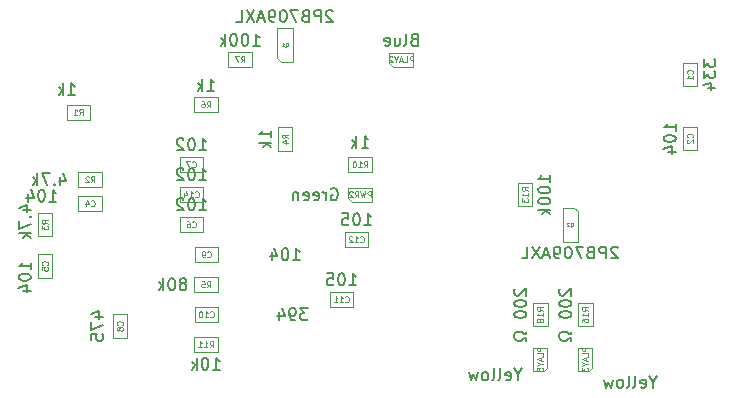
<source format=gbr>
G04 #@! TF.GenerationSoftware,KiCad,Pcbnew,7.0.2-6a45011f42~172~ubuntu22.04.1*
G04 #@! TF.CreationDate,2023-04-28T22:36:37-05:00*
G04 #@! TF.ProjectId,laser,6c617365-722e-46b6-9963-61645f706362,rev?*
G04 #@! TF.SameCoordinates,PXc1c960PY791ddc0*
G04 #@! TF.FileFunction,AssemblyDrawing,Bot*
%FSLAX46Y46*%
G04 Gerber Fmt 4.6, Leading zero omitted, Abs format (unit mm)*
G04 Created by KiCad (PCBNEW 7.0.2-6a45011f42~172~ubuntu22.04.1) date 2023-04-28 22:36:37*
%MOMM*%
%LPD*%
G01*
G04 APERTURE LIST*
%ADD10C,0.150000*%
%ADD11C,0.080000*%
%ADD12C,0.050000*%
%ADD13C,0.100000*%
G04 APERTURE END LIST*
D10*
X23526666Y10967381D02*
X24098094Y10967381D01*
X23812380Y10967381D02*
X23812380Y11967381D01*
X23812380Y11967381D02*
X23907618Y11824524D01*
X23907618Y11824524D02*
X24002856Y11729286D01*
X24002856Y11729286D02*
X24098094Y11681667D01*
X22907618Y11967381D02*
X22812380Y11967381D01*
X22812380Y11967381D02*
X22717142Y11919762D01*
X22717142Y11919762D02*
X22669523Y11872143D01*
X22669523Y11872143D02*
X22621904Y11776905D01*
X22621904Y11776905D02*
X22574285Y11586429D01*
X22574285Y11586429D02*
X22574285Y11348334D01*
X22574285Y11348334D02*
X22621904Y11157858D01*
X22621904Y11157858D02*
X22669523Y11062620D01*
X22669523Y11062620D02*
X22717142Y11015000D01*
X22717142Y11015000D02*
X22812380Y10967381D01*
X22812380Y10967381D02*
X22907618Y10967381D01*
X22907618Y10967381D02*
X23002856Y11015000D01*
X23002856Y11015000D02*
X23050475Y11062620D01*
X23050475Y11062620D02*
X23098094Y11157858D01*
X23098094Y11157858D02*
X23145713Y11348334D01*
X23145713Y11348334D02*
X23145713Y11586429D01*
X23145713Y11586429D02*
X23098094Y11776905D01*
X23098094Y11776905D02*
X23050475Y11872143D01*
X23050475Y11872143D02*
X23002856Y11919762D01*
X23002856Y11919762D02*
X22907618Y11967381D01*
X21717142Y11634048D02*
X21717142Y10967381D01*
X21955237Y12015000D02*
X22193332Y11300715D01*
X22193332Y11300715D02*
X21574285Y11300715D01*
D11*
X16273333Y11246310D02*
X16297142Y11222500D01*
X16297142Y11222500D02*
X16368571Y11198691D01*
X16368571Y11198691D02*
X16416190Y11198691D01*
X16416190Y11198691D02*
X16487618Y11222500D01*
X16487618Y11222500D02*
X16535237Y11270120D01*
X16535237Y11270120D02*
X16559047Y11317739D01*
X16559047Y11317739D02*
X16582856Y11412977D01*
X16582856Y11412977D02*
X16582856Y11484405D01*
X16582856Y11484405D02*
X16559047Y11579643D01*
X16559047Y11579643D02*
X16535237Y11627262D01*
X16535237Y11627262D02*
X16487618Y11674881D01*
X16487618Y11674881D02*
X16416190Y11698691D01*
X16416190Y11698691D02*
X16368571Y11698691D01*
X16368571Y11698691D02*
X16297142Y11674881D01*
X16297142Y11674881D02*
X16273333Y11651072D01*
X16035237Y11198691D02*
X15939999Y11198691D01*
X15939999Y11198691D02*
X15892380Y11222500D01*
X15892380Y11222500D02*
X15868571Y11246310D01*
X15868571Y11246310D02*
X15820952Y11317739D01*
X15820952Y11317739D02*
X15797142Y11412977D01*
X15797142Y11412977D02*
X15797142Y11603453D01*
X15797142Y11603453D02*
X15820952Y11651072D01*
X15820952Y11651072D02*
X15844761Y11674881D01*
X15844761Y11674881D02*
X15892380Y11698691D01*
X15892380Y11698691D02*
X15987618Y11698691D01*
X15987618Y11698691D02*
X16035237Y11674881D01*
X16035237Y11674881D02*
X16059047Y11651072D01*
X16059047Y11651072D02*
X16082856Y11603453D01*
X16082856Y11603453D02*
X16082856Y11484405D01*
X16082856Y11484405D02*
X16059047Y11436786D01*
X16059047Y11436786D02*
X16035237Y11412977D01*
X16035237Y11412977D02*
X15987618Y11389167D01*
X15987618Y11389167D02*
X15892380Y11389167D01*
X15892380Y11389167D02*
X15844761Y11412977D01*
X15844761Y11412977D02*
X15820952Y11436786D01*
X15820952Y11436786D02*
X15797142Y11484405D01*
D10*
X51020499Y12012143D02*
X50972880Y12059762D01*
X50972880Y12059762D02*
X50877642Y12107381D01*
X50877642Y12107381D02*
X50639547Y12107381D01*
X50639547Y12107381D02*
X50544309Y12059762D01*
X50544309Y12059762D02*
X50496690Y12012143D01*
X50496690Y12012143D02*
X50449071Y11916905D01*
X50449071Y11916905D02*
X50449071Y11821667D01*
X50449071Y11821667D02*
X50496690Y11678810D01*
X50496690Y11678810D02*
X51068118Y11107381D01*
X51068118Y11107381D02*
X50449071Y11107381D01*
X50020499Y11107381D02*
X50020499Y12107381D01*
X50020499Y12107381D02*
X49639547Y12107381D01*
X49639547Y12107381D02*
X49544309Y12059762D01*
X49544309Y12059762D02*
X49496690Y12012143D01*
X49496690Y12012143D02*
X49449071Y11916905D01*
X49449071Y11916905D02*
X49449071Y11774048D01*
X49449071Y11774048D02*
X49496690Y11678810D01*
X49496690Y11678810D02*
X49544309Y11631191D01*
X49544309Y11631191D02*
X49639547Y11583572D01*
X49639547Y11583572D02*
X50020499Y11583572D01*
X48687166Y11631191D02*
X48544309Y11583572D01*
X48544309Y11583572D02*
X48496690Y11535953D01*
X48496690Y11535953D02*
X48449071Y11440715D01*
X48449071Y11440715D02*
X48449071Y11297858D01*
X48449071Y11297858D02*
X48496690Y11202620D01*
X48496690Y11202620D02*
X48544309Y11155000D01*
X48544309Y11155000D02*
X48639547Y11107381D01*
X48639547Y11107381D02*
X49020499Y11107381D01*
X49020499Y11107381D02*
X49020499Y12107381D01*
X49020499Y12107381D02*
X48687166Y12107381D01*
X48687166Y12107381D02*
X48591928Y12059762D01*
X48591928Y12059762D02*
X48544309Y12012143D01*
X48544309Y12012143D02*
X48496690Y11916905D01*
X48496690Y11916905D02*
X48496690Y11821667D01*
X48496690Y11821667D02*
X48544309Y11726429D01*
X48544309Y11726429D02*
X48591928Y11678810D01*
X48591928Y11678810D02*
X48687166Y11631191D01*
X48687166Y11631191D02*
X49020499Y11631191D01*
X48115737Y12107381D02*
X47449071Y12107381D01*
X47449071Y12107381D02*
X47877642Y11107381D01*
X46877642Y12107381D02*
X46782404Y12107381D01*
X46782404Y12107381D02*
X46687166Y12059762D01*
X46687166Y12059762D02*
X46639547Y12012143D01*
X46639547Y12012143D02*
X46591928Y11916905D01*
X46591928Y11916905D02*
X46544309Y11726429D01*
X46544309Y11726429D02*
X46544309Y11488334D01*
X46544309Y11488334D02*
X46591928Y11297858D01*
X46591928Y11297858D02*
X46639547Y11202620D01*
X46639547Y11202620D02*
X46687166Y11155000D01*
X46687166Y11155000D02*
X46782404Y11107381D01*
X46782404Y11107381D02*
X46877642Y11107381D01*
X46877642Y11107381D02*
X46972880Y11155000D01*
X46972880Y11155000D02*
X47020499Y11202620D01*
X47020499Y11202620D02*
X47068118Y11297858D01*
X47068118Y11297858D02*
X47115737Y11488334D01*
X47115737Y11488334D02*
X47115737Y11726429D01*
X47115737Y11726429D02*
X47068118Y11916905D01*
X47068118Y11916905D02*
X47020499Y12012143D01*
X47020499Y12012143D02*
X46972880Y12059762D01*
X46972880Y12059762D02*
X46877642Y12107381D01*
X46068118Y11107381D02*
X45877642Y11107381D01*
X45877642Y11107381D02*
X45782404Y11155000D01*
X45782404Y11155000D02*
X45734785Y11202620D01*
X45734785Y11202620D02*
X45639547Y11345477D01*
X45639547Y11345477D02*
X45591928Y11535953D01*
X45591928Y11535953D02*
X45591928Y11916905D01*
X45591928Y11916905D02*
X45639547Y12012143D01*
X45639547Y12012143D02*
X45687166Y12059762D01*
X45687166Y12059762D02*
X45782404Y12107381D01*
X45782404Y12107381D02*
X45972880Y12107381D01*
X45972880Y12107381D02*
X46068118Y12059762D01*
X46068118Y12059762D02*
X46115737Y12012143D01*
X46115737Y12012143D02*
X46163356Y11916905D01*
X46163356Y11916905D02*
X46163356Y11678810D01*
X46163356Y11678810D02*
X46115737Y11583572D01*
X46115737Y11583572D02*
X46068118Y11535953D01*
X46068118Y11535953D02*
X45972880Y11488334D01*
X45972880Y11488334D02*
X45782404Y11488334D01*
X45782404Y11488334D02*
X45687166Y11535953D01*
X45687166Y11535953D02*
X45639547Y11583572D01*
X45639547Y11583572D02*
X45591928Y11678810D01*
X45210975Y11393096D02*
X44734785Y11393096D01*
X45306213Y11107381D02*
X44972880Y12107381D01*
X44972880Y12107381D02*
X44639547Y11107381D01*
X44401451Y12107381D02*
X43734785Y11107381D01*
X43734785Y12107381D02*
X44401451Y11107381D01*
X42877642Y11107381D02*
X43353832Y11107381D01*
X43353832Y11107381D02*
X43353832Y12107381D01*
D12*
X47027166Y13791486D02*
X47057642Y13806724D01*
X47057642Y13806724D02*
X47088118Y13837200D01*
X47088118Y13837200D02*
X47133832Y13882915D01*
X47133832Y13882915D02*
X47164309Y13898153D01*
X47164309Y13898153D02*
X47194785Y13898153D01*
X47179547Y13821962D02*
X47210023Y13837200D01*
X47210023Y13837200D02*
X47240499Y13867677D01*
X47240499Y13867677D02*
X47255737Y13928629D01*
X47255737Y13928629D02*
X47255737Y14035296D01*
X47255737Y14035296D02*
X47240499Y14096248D01*
X47240499Y14096248D02*
X47210023Y14126724D01*
X47210023Y14126724D02*
X47179547Y14141962D01*
X47179547Y14141962D02*
X47118594Y14141962D01*
X47118594Y14141962D02*
X47088118Y14126724D01*
X47088118Y14126724D02*
X47057642Y14096248D01*
X47057642Y14096248D02*
X47042404Y14035296D01*
X47042404Y14035296D02*
X47042404Y13928629D01*
X47042404Y13928629D02*
X47057642Y13867677D01*
X47057642Y13867677D02*
X47088118Y13837200D01*
X47088118Y13837200D02*
X47118594Y13821962D01*
X47118594Y13821962D02*
X47179547Y13821962D01*
X46920499Y14111486D02*
X46905261Y14126724D01*
X46905261Y14126724D02*
X46874785Y14141962D01*
X46874785Y14141962D02*
X46798594Y14141962D01*
X46798594Y14141962D02*
X46768118Y14126724D01*
X46768118Y14126724D02*
X46752880Y14111486D01*
X46752880Y14111486D02*
X46737642Y14081010D01*
X46737642Y14081010D02*
X46737642Y14050534D01*
X46737642Y14050534D02*
X46752880Y14004820D01*
X46752880Y14004820D02*
X46935737Y13821962D01*
X46935737Y13821962D02*
X46737642Y13821962D01*
D10*
X3826071Y17984048D02*
X3826071Y17317381D01*
X4064166Y18365000D02*
X4302261Y17650715D01*
X4302261Y17650715D02*
X3683214Y17650715D01*
X3302261Y17412620D02*
X3254642Y17365000D01*
X3254642Y17365000D02*
X3302261Y17317381D01*
X3302261Y17317381D02*
X3349880Y17365000D01*
X3349880Y17365000D02*
X3302261Y17412620D01*
X3302261Y17412620D02*
X3302261Y17317381D01*
X2921309Y18317381D02*
X2254643Y18317381D01*
X2254643Y18317381D02*
X2683214Y17317381D01*
X1873690Y17317381D02*
X1873690Y18317381D01*
X1778452Y17698334D02*
X1492738Y17317381D01*
X1492738Y17984048D02*
X1873690Y17603096D01*
D11*
X6433333Y17548691D02*
X6599999Y17786786D01*
X6719047Y17548691D02*
X6719047Y18048691D01*
X6719047Y18048691D02*
X6528571Y18048691D01*
X6528571Y18048691D02*
X6480952Y18024881D01*
X6480952Y18024881D02*
X6457142Y18001072D01*
X6457142Y18001072D02*
X6433333Y17953453D01*
X6433333Y17953453D02*
X6433333Y17882024D01*
X6433333Y17882024D02*
X6457142Y17834405D01*
X6457142Y17834405D02*
X6480952Y17810596D01*
X6480952Y17810596D02*
X6528571Y17786786D01*
X6528571Y17786786D02*
X6719047Y17786786D01*
X6242856Y18001072D02*
X6219047Y18024881D01*
X6219047Y18024881D02*
X6171428Y18048691D01*
X6171428Y18048691D02*
X6052380Y18048691D01*
X6052380Y18048691D02*
X6004761Y18024881D01*
X6004761Y18024881D02*
X5980952Y18001072D01*
X5980952Y18001072D02*
X5957142Y17953453D01*
X5957142Y17953453D02*
X5957142Y17905834D01*
X5957142Y17905834D02*
X5980952Y17834405D01*
X5980952Y17834405D02*
X6266666Y17548691D01*
X6266666Y17548691D02*
X5957142Y17548691D01*
D10*
X58292619Y27955714D02*
X58292619Y27336667D01*
X58292619Y27336667D02*
X58673571Y27670000D01*
X58673571Y27670000D02*
X58673571Y27527143D01*
X58673571Y27527143D02*
X58721190Y27431905D01*
X58721190Y27431905D02*
X58768809Y27384286D01*
X58768809Y27384286D02*
X58864047Y27336667D01*
X58864047Y27336667D02*
X59102142Y27336667D01*
X59102142Y27336667D02*
X59197380Y27384286D01*
X59197380Y27384286D02*
X59245000Y27431905D01*
X59245000Y27431905D02*
X59292619Y27527143D01*
X59292619Y27527143D02*
X59292619Y27812857D01*
X59292619Y27812857D02*
X59245000Y27908095D01*
X59245000Y27908095D02*
X59197380Y27955714D01*
X58292619Y27003333D02*
X58292619Y26384286D01*
X58292619Y26384286D02*
X58673571Y26717619D01*
X58673571Y26717619D02*
X58673571Y26574762D01*
X58673571Y26574762D02*
X58721190Y26479524D01*
X58721190Y26479524D02*
X58768809Y26431905D01*
X58768809Y26431905D02*
X58864047Y26384286D01*
X58864047Y26384286D02*
X59102142Y26384286D01*
X59102142Y26384286D02*
X59197380Y26431905D01*
X59197380Y26431905D02*
X59245000Y26479524D01*
X59245000Y26479524D02*
X59292619Y26574762D01*
X59292619Y26574762D02*
X59292619Y26860476D01*
X59292619Y26860476D02*
X59245000Y26955714D01*
X59245000Y26955714D02*
X59197380Y27003333D01*
X58625952Y25527143D02*
X59292619Y25527143D01*
X58245000Y25765238D02*
X58959285Y26003333D01*
X58959285Y26003333D02*
X58959285Y25384286D01*
D11*
X57333690Y26753334D02*
X57357500Y26777143D01*
X57357500Y26777143D02*
X57381309Y26848572D01*
X57381309Y26848572D02*
X57381309Y26896191D01*
X57381309Y26896191D02*
X57357500Y26967619D01*
X57357500Y26967619D02*
X57309880Y27015238D01*
X57309880Y27015238D02*
X57262261Y27039048D01*
X57262261Y27039048D02*
X57167023Y27062857D01*
X57167023Y27062857D02*
X57095595Y27062857D01*
X57095595Y27062857D02*
X57000357Y27039048D01*
X57000357Y27039048D02*
X56952738Y27015238D01*
X56952738Y27015238D02*
X56905119Y26967619D01*
X56905119Y26967619D02*
X56881309Y26896191D01*
X56881309Y26896191D02*
X56881309Y26848572D01*
X56881309Y26848572D02*
X56905119Y26777143D01*
X56905119Y26777143D02*
X56928928Y26753334D01*
X57381309Y26277143D02*
X57381309Y26562857D01*
X57381309Y26420000D02*
X56881309Y26420000D01*
X56881309Y26420000D02*
X56952738Y26467619D01*
X56952738Y26467619D02*
X57000357Y26515238D01*
X57000357Y26515238D02*
X57024166Y26562857D01*
D10*
X29556666Y13917381D02*
X30128094Y13917381D01*
X29842380Y13917381D02*
X29842380Y14917381D01*
X29842380Y14917381D02*
X29937618Y14774524D01*
X29937618Y14774524D02*
X30032856Y14679286D01*
X30032856Y14679286D02*
X30128094Y14631667D01*
X28937618Y14917381D02*
X28842380Y14917381D01*
X28842380Y14917381D02*
X28747142Y14869762D01*
X28747142Y14869762D02*
X28699523Y14822143D01*
X28699523Y14822143D02*
X28651904Y14726905D01*
X28651904Y14726905D02*
X28604285Y14536429D01*
X28604285Y14536429D02*
X28604285Y14298334D01*
X28604285Y14298334D02*
X28651904Y14107858D01*
X28651904Y14107858D02*
X28699523Y14012620D01*
X28699523Y14012620D02*
X28747142Y13965000D01*
X28747142Y13965000D02*
X28842380Y13917381D01*
X28842380Y13917381D02*
X28937618Y13917381D01*
X28937618Y13917381D02*
X29032856Y13965000D01*
X29032856Y13965000D02*
X29080475Y14012620D01*
X29080475Y14012620D02*
X29128094Y14107858D01*
X29128094Y14107858D02*
X29175713Y14298334D01*
X29175713Y14298334D02*
X29175713Y14536429D01*
X29175713Y14536429D02*
X29128094Y14726905D01*
X29128094Y14726905D02*
X29080475Y14822143D01*
X29080475Y14822143D02*
X29032856Y14869762D01*
X29032856Y14869762D02*
X28937618Y14917381D01*
X27699523Y14917381D02*
X28175713Y14917381D01*
X28175713Y14917381D02*
X28223332Y14441191D01*
X28223332Y14441191D02*
X28175713Y14488810D01*
X28175713Y14488810D02*
X28080475Y14536429D01*
X28080475Y14536429D02*
X27842380Y14536429D01*
X27842380Y14536429D02*
X27747142Y14488810D01*
X27747142Y14488810D02*
X27699523Y14441191D01*
X27699523Y14441191D02*
X27651904Y14345953D01*
X27651904Y14345953D02*
X27651904Y14107858D01*
X27651904Y14107858D02*
X27699523Y14012620D01*
X27699523Y14012620D02*
X27747142Y13965000D01*
X27747142Y13965000D02*
X27842380Y13917381D01*
X27842380Y13917381D02*
X28080475Y13917381D01*
X28080475Y13917381D02*
X28175713Y13965000D01*
X28175713Y13965000D02*
X28223332Y14012620D01*
D11*
X29211428Y12516310D02*
X29235237Y12492500D01*
X29235237Y12492500D02*
X29306666Y12468691D01*
X29306666Y12468691D02*
X29354285Y12468691D01*
X29354285Y12468691D02*
X29425713Y12492500D01*
X29425713Y12492500D02*
X29473332Y12540120D01*
X29473332Y12540120D02*
X29497142Y12587739D01*
X29497142Y12587739D02*
X29520951Y12682977D01*
X29520951Y12682977D02*
X29520951Y12754405D01*
X29520951Y12754405D02*
X29497142Y12849643D01*
X29497142Y12849643D02*
X29473332Y12897262D01*
X29473332Y12897262D02*
X29425713Y12944881D01*
X29425713Y12944881D02*
X29354285Y12968691D01*
X29354285Y12968691D02*
X29306666Y12968691D01*
X29306666Y12968691D02*
X29235237Y12944881D01*
X29235237Y12944881D02*
X29211428Y12921072D01*
X28735237Y12468691D02*
X29020951Y12468691D01*
X28878094Y12468691D02*
X28878094Y12968691D01*
X28878094Y12968691D02*
X28925713Y12897262D01*
X28925713Y12897262D02*
X28973332Y12849643D01*
X28973332Y12849643D02*
X29020951Y12825834D01*
X28544761Y12921072D02*
X28520952Y12944881D01*
X28520952Y12944881D02*
X28473333Y12968691D01*
X28473333Y12968691D02*
X28354285Y12968691D01*
X28354285Y12968691D02*
X28306666Y12944881D01*
X28306666Y12944881D02*
X28282857Y12921072D01*
X28282857Y12921072D02*
X28259047Y12873453D01*
X28259047Y12873453D02*
X28259047Y12825834D01*
X28259047Y12825834D02*
X28282857Y12754405D01*
X28282857Y12754405D02*
X28568571Y12468691D01*
X28568571Y12468691D02*
X28259047Y12468691D01*
D10*
X16747738Y1697381D02*
X17319166Y1697381D01*
X17033452Y1697381D02*
X17033452Y2697381D01*
X17033452Y2697381D02*
X17128690Y2554524D01*
X17128690Y2554524D02*
X17223928Y2459286D01*
X17223928Y2459286D02*
X17319166Y2411667D01*
X16128690Y2697381D02*
X16033452Y2697381D01*
X16033452Y2697381D02*
X15938214Y2649762D01*
X15938214Y2649762D02*
X15890595Y2602143D01*
X15890595Y2602143D02*
X15842976Y2506905D01*
X15842976Y2506905D02*
X15795357Y2316429D01*
X15795357Y2316429D02*
X15795357Y2078334D01*
X15795357Y2078334D02*
X15842976Y1887858D01*
X15842976Y1887858D02*
X15890595Y1792620D01*
X15890595Y1792620D02*
X15938214Y1745000D01*
X15938214Y1745000D02*
X16033452Y1697381D01*
X16033452Y1697381D02*
X16128690Y1697381D01*
X16128690Y1697381D02*
X16223928Y1745000D01*
X16223928Y1745000D02*
X16271547Y1792620D01*
X16271547Y1792620D02*
X16319166Y1887858D01*
X16319166Y1887858D02*
X16366785Y2078334D01*
X16366785Y2078334D02*
X16366785Y2316429D01*
X16366785Y2316429D02*
X16319166Y2506905D01*
X16319166Y2506905D02*
X16271547Y2602143D01*
X16271547Y2602143D02*
X16223928Y2649762D01*
X16223928Y2649762D02*
X16128690Y2697381D01*
X15366785Y1697381D02*
X15366785Y2697381D01*
X15271547Y2078334D02*
X14985833Y1697381D01*
X14985833Y2364048D02*
X15366785Y1983096D01*
D11*
X16473928Y3578691D02*
X16640594Y3816786D01*
X16759642Y3578691D02*
X16759642Y4078691D01*
X16759642Y4078691D02*
X16569166Y4078691D01*
X16569166Y4078691D02*
X16521547Y4054881D01*
X16521547Y4054881D02*
X16497737Y4031072D01*
X16497737Y4031072D02*
X16473928Y3983453D01*
X16473928Y3983453D02*
X16473928Y3912024D01*
X16473928Y3912024D02*
X16497737Y3864405D01*
X16497737Y3864405D02*
X16521547Y3840596D01*
X16521547Y3840596D02*
X16569166Y3816786D01*
X16569166Y3816786D02*
X16759642Y3816786D01*
X15997737Y3578691D02*
X16283451Y3578691D01*
X16140594Y3578691D02*
X16140594Y4078691D01*
X16140594Y4078691D02*
X16188213Y4007262D01*
X16188213Y4007262D02*
X16235832Y3959643D01*
X16235832Y3959643D02*
X16283451Y3935834D01*
X15521547Y3578691D02*
X15807261Y3578691D01*
X15664404Y3578691D02*
X15664404Y4078691D01*
X15664404Y4078691D02*
X15712023Y4007262D01*
X15712023Y4007262D02*
X15759642Y3959643D01*
X15759642Y3959643D02*
X15807261Y3935834D01*
D10*
X21672619Y21351548D02*
X21672619Y21922976D01*
X21672619Y21637262D02*
X20672619Y21637262D01*
X20672619Y21637262D02*
X20815476Y21732500D01*
X20815476Y21732500D02*
X20910714Y21827738D01*
X20910714Y21827738D02*
X20958333Y21922976D01*
X21672619Y20922976D02*
X20672619Y20922976D01*
X21291666Y20827738D02*
X21672619Y20542024D01*
X21005952Y20542024D02*
X21386904Y20922976D01*
D11*
X23091309Y21315834D02*
X22853214Y21482500D01*
X23091309Y21601548D02*
X22591309Y21601548D01*
X22591309Y21601548D02*
X22591309Y21411072D01*
X22591309Y21411072D02*
X22615119Y21363453D01*
X22615119Y21363453D02*
X22638928Y21339643D01*
X22638928Y21339643D02*
X22686547Y21315834D01*
X22686547Y21315834D02*
X22757976Y21315834D01*
X22757976Y21315834D02*
X22805595Y21339643D01*
X22805595Y21339643D02*
X22829404Y21363453D01*
X22829404Y21363453D02*
X22853214Y21411072D01*
X22853214Y21411072D02*
X22853214Y21601548D01*
X22757976Y20887262D02*
X23091309Y20887262D01*
X22567500Y21006310D02*
X22924642Y21125357D01*
X22924642Y21125357D02*
X22924642Y20815834D01*
D10*
X685952Y15176072D02*
X1352619Y15176072D01*
X305000Y15414167D02*
X1019285Y15652262D01*
X1019285Y15652262D02*
X1019285Y15033215D01*
X1257380Y14652262D02*
X1305000Y14604643D01*
X1305000Y14604643D02*
X1352619Y14652262D01*
X1352619Y14652262D02*
X1305000Y14699881D01*
X1305000Y14699881D02*
X1257380Y14652262D01*
X1257380Y14652262D02*
X1352619Y14652262D01*
X352619Y14271310D02*
X352619Y13604644D01*
X352619Y13604644D02*
X1352619Y14033215D01*
X1352619Y13223691D02*
X352619Y13223691D01*
X971666Y13128453D02*
X1352619Y12842739D01*
X685952Y12842739D02*
X1066904Y13223691D01*
D11*
X2771309Y14053334D02*
X2533214Y14220000D01*
X2771309Y14339048D02*
X2271309Y14339048D01*
X2271309Y14339048D02*
X2271309Y14148572D01*
X2271309Y14148572D02*
X2295119Y14100953D01*
X2295119Y14100953D02*
X2318928Y14077143D01*
X2318928Y14077143D02*
X2366547Y14053334D01*
X2366547Y14053334D02*
X2437976Y14053334D01*
X2437976Y14053334D02*
X2485595Y14077143D01*
X2485595Y14077143D02*
X2509404Y14100953D01*
X2509404Y14100953D02*
X2533214Y14148572D01*
X2533214Y14148572D02*
X2533214Y14339048D01*
X2271309Y13886667D02*
X2271309Y13577143D01*
X2271309Y13577143D02*
X2461785Y13743810D01*
X2461785Y13743810D02*
X2461785Y13672381D01*
X2461785Y13672381D02*
X2485595Y13624762D01*
X2485595Y13624762D02*
X2509404Y13600953D01*
X2509404Y13600953D02*
X2557023Y13577143D01*
X2557023Y13577143D02*
X2676071Y13577143D01*
X2676071Y13577143D02*
X2723690Y13600953D01*
X2723690Y13600953D02*
X2747500Y13624762D01*
X2747500Y13624762D02*
X2771309Y13672381D01*
X2771309Y13672381D02*
X2771309Y13815238D01*
X2771309Y13815238D02*
X2747500Y13862857D01*
X2747500Y13862857D02*
X2723690Y13886667D01*
D10*
X15586666Y20267381D02*
X16158094Y20267381D01*
X15872380Y20267381D02*
X15872380Y21267381D01*
X15872380Y21267381D02*
X15967618Y21124524D01*
X15967618Y21124524D02*
X16062856Y21029286D01*
X16062856Y21029286D02*
X16158094Y20981667D01*
X14967618Y21267381D02*
X14872380Y21267381D01*
X14872380Y21267381D02*
X14777142Y21219762D01*
X14777142Y21219762D02*
X14729523Y21172143D01*
X14729523Y21172143D02*
X14681904Y21076905D01*
X14681904Y21076905D02*
X14634285Y20886429D01*
X14634285Y20886429D02*
X14634285Y20648334D01*
X14634285Y20648334D02*
X14681904Y20457858D01*
X14681904Y20457858D02*
X14729523Y20362620D01*
X14729523Y20362620D02*
X14777142Y20315000D01*
X14777142Y20315000D02*
X14872380Y20267381D01*
X14872380Y20267381D02*
X14967618Y20267381D01*
X14967618Y20267381D02*
X15062856Y20315000D01*
X15062856Y20315000D02*
X15110475Y20362620D01*
X15110475Y20362620D02*
X15158094Y20457858D01*
X15158094Y20457858D02*
X15205713Y20648334D01*
X15205713Y20648334D02*
X15205713Y20886429D01*
X15205713Y20886429D02*
X15158094Y21076905D01*
X15158094Y21076905D02*
X15110475Y21172143D01*
X15110475Y21172143D02*
X15062856Y21219762D01*
X15062856Y21219762D02*
X14967618Y21267381D01*
X14253332Y21172143D02*
X14205713Y21219762D01*
X14205713Y21219762D02*
X14110475Y21267381D01*
X14110475Y21267381D02*
X13872380Y21267381D01*
X13872380Y21267381D02*
X13777142Y21219762D01*
X13777142Y21219762D02*
X13729523Y21172143D01*
X13729523Y21172143D02*
X13681904Y21076905D01*
X13681904Y21076905D02*
X13681904Y20981667D01*
X13681904Y20981667D02*
X13729523Y20838810D01*
X13729523Y20838810D02*
X14300951Y20267381D01*
X14300951Y20267381D02*
X13681904Y20267381D01*
D11*
X15003333Y18866310D02*
X15027142Y18842500D01*
X15027142Y18842500D02*
X15098571Y18818691D01*
X15098571Y18818691D02*
X15146190Y18818691D01*
X15146190Y18818691D02*
X15217618Y18842500D01*
X15217618Y18842500D02*
X15265237Y18890120D01*
X15265237Y18890120D02*
X15289047Y18937739D01*
X15289047Y18937739D02*
X15312856Y19032977D01*
X15312856Y19032977D02*
X15312856Y19104405D01*
X15312856Y19104405D02*
X15289047Y19199643D01*
X15289047Y19199643D02*
X15265237Y19247262D01*
X15265237Y19247262D02*
X15217618Y19294881D01*
X15217618Y19294881D02*
X15146190Y19318691D01*
X15146190Y19318691D02*
X15098571Y19318691D01*
X15098571Y19318691D02*
X15027142Y19294881D01*
X15027142Y19294881D02*
X15003333Y19271072D01*
X14836666Y19318691D02*
X14503333Y19318691D01*
X14503333Y19318691D02*
X14717618Y18818691D01*
D10*
X26883809Y32052143D02*
X26836190Y32099762D01*
X26836190Y32099762D02*
X26740952Y32147381D01*
X26740952Y32147381D02*
X26502857Y32147381D01*
X26502857Y32147381D02*
X26407619Y32099762D01*
X26407619Y32099762D02*
X26360000Y32052143D01*
X26360000Y32052143D02*
X26312381Y31956905D01*
X26312381Y31956905D02*
X26312381Y31861667D01*
X26312381Y31861667D02*
X26360000Y31718810D01*
X26360000Y31718810D02*
X26931428Y31147381D01*
X26931428Y31147381D02*
X26312381Y31147381D01*
X25883809Y31147381D02*
X25883809Y32147381D01*
X25883809Y32147381D02*
X25502857Y32147381D01*
X25502857Y32147381D02*
X25407619Y32099762D01*
X25407619Y32099762D02*
X25360000Y32052143D01*
X25360000Y32052143D02*
X25312381Y31956905D01*
X25312381Y31956905D02*
X25312381Y31814048D01*
X25312381Y31814048D02*
X25360000Y31718810D01*
X25360000Y31718810D02*
X25407619Y31671191D01*
X25407619Y31671191D02*
X25502857Y31623572D01*
X25502857Y31623572D02*
X25883809Y31623572D01*
X24550476Y31671191D02*
X24407619Y31623572D01*
X24407619Y31623572D02*
X24360000Y31575953D01*
X24360000Y31575953D02*
X24312381Y31480715D01*
X24312381Y31480715D02*
X24312381Y31337858D01*
X24312381Y31337858D02*
X24360000Y31242620D01*
X24360000Y31242620D02*
X24407619Y31195000D01*
X24407619Y31195000D02*
X24502857Y31147381D01*
X24502857Y31147381D02*
X24883809Y31147381D01*
X24883809Y31147381D02*
X24883809Y32147381D01*
X24883809Y32147381D02*
X24550476Y32147381D01*
X24550476Y32147381D02*
X24455238Y32099762D01*
X24455238Y32099762D02*
X24407619Y32052143D01*
X24407619Y32052143D02*
X24360000Y31956905D01*
X24360000Y31956905D02*
X24360000Y31861667D01*
X24360000Y31861667D02*
X24407619Y31766429D01*
X24407619Y31766429D02*
X24455238Y31718810D01*
X24455238Y31718810D02*
X24550476Y31671191D01*
X24550476Y31671191D02*
X24883809Y31671191D01*
X23979047Y32147381D02*
X23312381Y32147381D01*
X23312381Y32147381D02*
X23740952Y31147381D01*
X22740952Y32147381D02*
X22645714Y32147381D01*
X22645714Y32147381D02*
X22550476Y32099762D01*
X22550476Y32099762D02*
X22502857Y32052143D01*
X22502857Y32052143D02*
X22455238Y31956905D01*
X22455238Y31956905D02*
X22407619Y31766429D01*
X22407619Y31766429D02*
X22407619Y31528334D01*
X22407619Y31528334D02*
X22455238Y31337858D01*
X22455238Y31337858D02*
X22502857Y31242620D01*
X22502857Y31242620D02*
X22550476Y31195000D01*
X22550476Y31195000D02*
X22645714Y31147381D01*
X22645714Y31147381D02*
X22740952Y31147381D01*
X22740952Y31147381D02*
X22836190Y31195000D01*
X22836190Y31195000D02*
X22883809Y31242620D01*
X22883809Y31242620D02*
X22931428Y31337858D01*
X22931428Y31337858D02*
X22979047Y31528334D01*
X22979047Y31528334D02*
X22979047Y31766429D01*
X22979047Y31766429D02*
X22931428Y31956905D01*
X22931428Y31956905D02*
X22883809Y32052143D01*
X22883809Y32052143D02*
X22836190Y32099762D01*
X22836190Y32099762D02*
X22740952Y32147381D01*
X21931428Y31147381D02*
X21740952Y31147381D01*
X21740952Y31147381D02*
X21645714Y31195000D01*
X21645714Y31195000D02*
X21598095Y31242620D01*
X21598095Y31242620D02*
X21502857Y31385477D01*
X21502857Y31385477D02*
X21455238Y31575953D01*
X21455238Y31575953D02*
X21455238Y31956905D01*
X21455238Y31956905D02*
X21502857Y32052143D01*
X21502857Y32052143D02*
X21550476Y32099762D01*
X21550476Y32099762D02*
X21645714Y32147381D01*
X21645714Y32147381D02*
X21836190Y32147381D01*
X21836190Y32147381D02*
X21931428Y32099762D01*
X21931428Y32099762D02*
X21979047Y32052143D01*
X21979047Y32052143D02*
X22026666Y31956905D01*
X22026666Y31956905D02*
X22026666Y31718810D01*
X22026666Y31718810D02*
X21979047Y31623572D01*
X21979047Y31623572D02*
X21931428Y31575953D01*
X21931428Y31575953D02*
X21836190Y31528334D01*
X21836190Y31528334D02*
X21645714Y31528334D01*
X21645714Y31528334D02*
X21550476Y31575953D01*
X21550476Y31575953D02*
X21502857Y31623572D01*
X21502857Y31623572D02*
X21455238Y31718810D01*
X21074285Y31433096D02*
X20598095Y31433096D01*
X21169523Y31147381D02*
X20836190Y32147381D01*
X20836190Y32147381D02*
X20502857Y31147381D01*
X20264761Y32147381D02*
X19598095Y31147381D01*
X19598095Y32147381D02*
X20264761Y31147381D01*
X18740952Y31147381D02*
X19217142Y31147381D01*
X19217142Y31147381D02*
X19217142Y32147381D01*
D12*
X22890476Y29031486D02*
X22920952Y29046724D01*
X22920952Y29046724D02*
X22951428Y29077200D01*
X22951428Y29077200D02*
X22997142Y29122915D01*
X22997142Y29122915D02*
X23027619Y29138153D01*
X23027619Y29138153D02*
X23058095Y29138153D01*
X23042857Y29061962D02*
X23073333Y29077200D01*
X23073333Y29077200D02*
X23103809Y29107677D01*
X23103809Y29107677D02*
X23119047Y29168629D01*
X23119047Y29168629D02*
X23119047Y29275296D01*
X23119047Y29275296D02*
X23103809Y29336248D01*
X23103809Y29336248D02*
X23073333Y29366724D01*
X23073333Y29366724D02*
X23042857Y29381962D01*
X23042857Y29381962D02*
X22981904Y29381962D01*
X22981904Y29381962D02*
X22951428Y29366724D01*
X22951428Y29366724D02*
X22920952Y29336248D01*
X22920952Y29336248D02*
X22905714Y29275296D01*
X22905714Y29275296D02*
X22905714Y29168629D01*
X22905714Y29168629D02*
X22920952Y29107677D01*
X22920952Y29107677D02*
X22951428Y29077200D01*
X22951428Y29077200D02*
X22981904Y29061962D01*
X22981904Y29061962D02*
X23042857Y29061962D01*
X22600952Y29061962D02*
X22783809Y29061962D01*
X22692381Y29061962D02*
X22692381Y29381962D01*
X22692381Y29381962D02*
X22722857Y29336248D01*
X22722857Y29336248D02*
X22753333Y29305772D01*
X22753333Y29305772D02*
X22783809Y29290534D01*
D10*
X20121428Y29127381D02*
X20692856Y29127381D01*
X20407142Y29127381D02*
X20407142Y30127381D01*
X20407142Y30127381D02*
X20502380Y29984524D01*
X20502380Y29984524D02*
X20597618Y29889286D01*
X20597618Y29889286D02*
X20692856Y29841667D01*
X19502380Y30127381D02*
X19407142Y30127381D01*
X19407142Y30127381D02*
X19311904Y30079762D01*
X19311904Y30079762D02*
X19264285Y30032143D01*
X19264285Y30032143D02*
X19216666Y29936905D01*
X19216666Y29936905D02*
X19169047Y29746429D01*
X19169047Y29746429D02*
X19169047Y29508334D01*
X19169047Y29508334D02*
X19216666Y29317858D01*
X19216666Y29317858D02*
X19264285Y29222620D01*
X19264285Y29222620D02*
X19311904Y29175000D01*
X19311904Y29175000D02*
X19407142Y29127381D01*
X19407142Y29127381D02*
X19502380Y29127381D01*
X19502380Y29127381D02*
X19597618Y29175000D01*
X19597618Y29175000D02*
X19645237Y29222620D01*
X19645237Y29222620D02*
X19692856Y29317858D01*
X19692856Y29317858D02*
X19740475Y29508334D01*
X19740475Y29508334D02*
X19740475Y29746429D01*
X19740475Y29746429D02*
X19692856Y29936905D01*
X19692856Y29936905D02*
X19645237Y30032143D01*
X19645237Y30032143D02*
X19597618Y30079762D01*
X19597618Y30079762D02*
X19502380Y30127381D01*
X18549999Y30127381D02*
X18454761Y30127381D01*
X18454761Y30127381D02*
X18359523Y30079762D01*
X18359523Y30079762D02*
X18311904Y30032143D01*
X18311904Y30032143D02*
X18264285Y29936905D01*
X18264285Y29936905D02*
X18216666Y29746429D01*
X18216666Y29746429D02*
X18216666Y29508334D01*
X18216666Y29508334D02*
X18264285Y29317858D01*
X18264285Y29317858D02*
X18311904Y29222620D01*
X18311904Y29222620D02*
X18359523Y29175000D01*
X18359523Y29175000D02*
X18454761Y29127381D01*
X18454761Y29127381D02*
X18549999Y29127381D01*
X18549999Y29127381D02*
X18645237Y29175000D01*
X18645237Y29175000D02*
X18692856Y29222620D01*
X18692856Y29222620D02*
X18740475Y29317858D01*
X18740475Y29317858D02*
X18788094Y29508334D01*
X18788094Y29508334D02*
X18788094Y29746429D01*
X18788094Y29746429D02*
X18740475Y29936905D01*
X18740475Y29936905D02*
X18692856Y30032143D01*
X18692856Y30032143D02*
X18645237Y30079762D01*
X18645237Y30079762D02*
X18549999Y30127381D01*
X17788094Y29127381D02*
X17788094Y30127381D01*
X17692856Y29508334D02*
X17407142Y29127381D01*
X17407142Y29794048D02*
X17788094Y29413096D01*
D11*
X19133333Y27708691D02*
X19299999Y27946786D01*
X19419047Y27708691D02*
X19419047Y28208691D01*
X19419047Y28208691D02*
X19228571Y28208691D01*
X19228571Y28208691D02*
X19180952Y28184881D01*
X19180952Y28184881D02*
X19157142Y28161072D01*
X19157142Y28161072D02*
X19133333Y28113453D01*
X19133333Y28113453D02*
X19133333Y28042024D01*
X19133333Y28042024D02*
X19157142Y27994405D01*
X19157142Y27994405D02*
X19180952Y27970596D01*
X19180952Y27970596D02*
X19228571Y27946786D01*
X19228571Y27946786D02*
X19419047Y27946786D01*
X18966666Y28208691D02*
X18633333Y28208691D01*
X18633333Y28208691D02*
X18847618Y27708691D01*
D10*
X15586666Y15187381D02*
X16158094Y15187381D01*
X15872380Y15187381D02*
X15872380Y16187381D01*
X15872380Y16187381D02*
X15967618Y16044524D01*
X15967618Y16044524D02*
X16062856Y15949286D01*
X16062856Y15949286D02*
X16158094Y15901667D01*
X14967618Y16187381D02*
X14872380Y16187381D01*
X14872380Y16187381D02*
X14777142Y16139762D01*
X14777142Y16139762D02*
X14729523Y16092143D01*
X14729523Y16092143D02*
X14681904Y15996905D01*
X14681904Y15996905D02*
X14634285Y15806429D01*
X14634285Y15806429D02*
X14634285Y15568334D01*
X14634285Y15568334D02*
X14681904Y15377858D01*
X14681904Y15377858D02*
X14729523Y15282620D01*
X14729523Y15282620D02*
X14777142Y15235000D01*
X14777142Y15235000D02*
X14872380Y15187381D01*
X14872380Y15187381D02*
X14967618Y15187381D01*
X14967618Y15187381D02*
X15062856Y15235000D01*
X15062856Y15235000D02*
X15110475Y15282620D01*
X15110475Y15282620D02*
X15158094Y15377858D01*
X15158094Y15377858D02*
X15205713Y15568334D01*
X15205713Y15568334D02*
X15205713Y15806429D01*
X15205713Y15806429D02*
X15158094Y15996905D01*
X15158094Y15996905D02*
X15110475Y16092143D01*
X15110475Y16092143D02*
X15062856Y16139762D01*
X15062856Y16139762D02*
X14967618Y16187381D01*
X14253332Y16092143D02*
X14205713Y16139762D01*
X14205713Y16139762D02*
X14110475Y16187381D01*
X14110475Y16187381D02*
X13872380Y16187381D01*
X13872380Y16187381D02*
X13777142Y16139762D01*
X13777142Y16139762D02*
X13729523Y16092143D01*
X13729523Y16092143D02*
X13681904Y15996905D01*
X13681904Y15996905D02*
X13681904Y15901667D01*
X13681904Y15901667D02*
X13729523Y15758810D01*
X13729523Y15758810D02*
X14300951Y15187381D01*
X14300951Y15187381D02*
X13681904Y15187381D01*
D11*
X15003333Y13786310D02*
X15027142Y13762500D01*
X15027142Y13762500D02*
X15098571Y13738691D01*
X15098571Y13738691D02*
X15146190Y13738691D01*
X15146190Y13738691D02*
X15217618Y13762500D01*
X15217618Y13762500D02*
X15265237Y13810120D01*
X15265237Y13810120D02*
X15289047Y13857739D01*
X15289047Y13857739D02*
X15312856Y13952977D01*
X15312856Y13952977D02*
X15312856Y14024405D01*
X15312856Y14024405D02*
X15289047Y14119643D01*
X15289047Y14119643D02*
X15265237Y14167262D01*
X15265237Y14167262D02*
X15217618Y14214881D01*
X15217618Y14214881D02*
X15146190Y14238691D01*
X15146190Y14238691D02*
X15098571Y14238691D01*
X15098571Y14238691D02*
X15027142Y14214881D01*
X15027142Y14214881D02*
X15003333Y14191072D01*
X14574761Y14238691D02*
X14669999Y14238691D01*
X14669999Y14238691D02*
X14717618Y14214881D01*
X14717618Y14214881D02*
X14741428Y14191072D01*
X14741428Y14191072D02*
X14789047Y14119643D01*
X14789047Y14119643D02*
X14812856Y14024405D01*
X14812856Y14024405D02*
X14812856Y13833929D01*
X14812856Y13833929D02*
X14789047Y13786310D01*
X14789047Y13786310D02*
X14765237Y13762500D01*
X14765237Y13762500D02*
X14717618Y13738691D01*
X14717618Y13738691D02*
X14622380Y13738691D01*
X14622380Y13738691D02*
X14574761Y13762500D01*
X14574761Y13762500D02*
X14550952Y13786310D01*
X14550952Y13786310D02*
X14527142Y13833929D01*
X14527142Y13833929D02*
X14527142Y13952977D01*
X14527142Y13952977D02*
X14550952Y14000596D01*
X14550952Y14000596D02*
X14574761Y14024405D01*
X14574761Y14024405D02*
X14622380Y14048215D01*
X14622380Y14048215D02*
X14717618Y14048215D01*
X14717618Y14048215D02*
X14765237Y14024405D01*
X14765237Y14024405D02*
X14789047Y14000596D01*
X14789047Y14000596D02*
X14812856Y13952977D01*
D10*
X33758928Y29651191D02*
X33616071Y29603572D01*
X33616071Y29603572D02*
X33568452Y29555953D01*
X33568452Y29555953D02*
X33520833Y29460715D01*
X33520833Y29460715D02*
X33520833Y29317858D01*
X33520833Y29317858D02*
X33568452Y29222620D01*
X33568452Y29222620D02*
X33616071Y29175000D01*
X33616071Y29175000D02*
X33711309Y29127381D01*
X33711309Y29127381D02*
X34092261Y29127381D01*
X34092261Y29127381D02*
X34092261Y30127381D01*
X34092261Y30127381D02*
X33758928Y30127381D01*
X33758928Y30127381D02*
X33663690Y30079762D01*
X33663690Y30079762D02*
X33616071Y30032143D01*
X33616071Y30032143D02*
X33568452Y29936905D01*
X33568452Y29936905D02*
X33568452Y29841667D01*
X33568452Y29841667D02*
X33616071Y29746429D01*
X33616071Y29746429D02*
X33663690Y29698810D01*
X33663690Y29698810D02*
X33758928Y29651191D01*
X33758928Y29651191D02*
X34092261Y29651191D01*
X32949404Y29127381D02*
X33044642Y29175000D01*
X33044642Y29175000D02*
X33092261Y29270239D01*
X33092261Y29270239D02*
X33092261Y30127381D01*
X32139880Y29794048D02*
X32139880Y29127381D01*
X32568451Y29794048D02*
X32568451Y29270239D01*
X32568451Y29270239D02*
X32520832Y29175000D01*
X32520832Y29175000D02*
X32425594Y29127381D01*
X32425594Y29127381D02*
X32282737Y29127381D01*
X32282737Y29127381D02*
X32187499Y29175000D01*
X32187499Y29175000D02*
X32139880Y29222620D01*
X31282737Y29175000D02*
X31377975Y29127381D01*
X31377975Y29127381D02*
X31568451Y29127381D01*
X31568451Y29127381D02*
X31663689Y29175000D01*
X31663689Y29175000D02*
X31711308Y29270239D01*
X31711308Y29270239D02*
X31711308Y29651191D01*
X31711308Y29651191D02*
X31663689Y29746429D01*
X31663689Y29746429D02*
X31568451Y29794048D01*
X31568451Y29794048D02*
X31377975Y29794048D01*
X31377975Y29794048D02*
X31282737Y29746429D01*
X31282737Y29746429D02*
X31235118Y29651191D01*
X31235118Y29651191D02*
X31235118Y29555953D01*
X31235118Y29555953D02*
X31711308Y29460715D01*
D11*
X33687499Y27708691D02*
X33687499Y28208691D01*
X33687499Y28208691D02*
X33497023Y28208691D01*
X33497023Y28208691D02*
X33449404Y28184881D01*
X33449404Y28184881D02*
X33425594Y28161072D01*
X33425594Y28161072D02*
X33401785Y28113453D01*
X33401785Y28113453D02*
X33401785Y28042024D01*
X33401785Y28042024D02*
X33425594Y27994405D01*
X33425594Y27994405D02*
X33449404Y27970596D01*
X33449404Y27970596D02*
X33497023Y27946786D01*
X33497023Y27946786D02*
X33687499Y27946786D01*
X32949404Y27708691D02*
X33187499Y27708691D01*
X33187499Y27708691D02*
X33187499Y28208691D01*
X32806546Y27851548D02*
X32568451Y27851548D01*
X32854165Y27708691D02*
X32687499Y28208691D01*
X32687499Y28208691D02*
X32520832Y27708691D01*
X32258928Y27946786D02*
X32258928Y27708691D01*
X32425594Y28208691D02*
X32258928Y27946786D01*
X32258928Y27946786D02*
X32092261Y28208691D01*
X31949404Y28161072D02*
X31925595Y28184881D01*
X31925595Y28184881D02*
X31877976Y28208691D01*
X31877976Y28208691D02*
X31758928Y28208691D01*
X31758928Y28208691D02*
X31711309Y28184881D01*
X31711309Y28184881D02*
X31687500Y28161072D01*
X31687500Y28161072D02*
X31663690Y28113453D01*
X31663690Y28113453D02*
X31663690Y28065834D01*
X31663690Y28065834D02*
X31687500Y27994405D01*
X31687500Y27994405D02*
X31973214Y27708691D01*
X31973214Y27708691D02*
X31663690Y27708691D01*
D10*
X28286666Y8837381D02*
X28858094Y8837381D01*
X28572380Y8837381D02*
X28572380Y9837381D01*
X28572380Y9837381D02*
X28667618Y9694524D01*
X28667618Y9694524D02*
X28762856Y9599286D01*
X28762856Y9599286D02*
X28858094Y9551667D01*
X27667618Y9837381D02*
X27572380Y9837381D01*
X27572380Y9837381D02*
X27477142Y9789762D01*
X27477142Y9789762D02*
X27429523Y9742143D01*
X27429523Y9742143D02*
X27381904Y9646905D01*
X27381904Y9646905D02*
X27334285Y9456429D01*
X27334285Y9456429D02*
X27334285Y9218334D01*
X27334285Y9218334D02*
X27381904Y9027858D01*
X27381904Y9027858D02*
X27429523Y8932620D01*
X27429523Y8932620D02*
X27477142Y8885000D01*
X27477142Y8885000D02*
X27572380Y8837381D01*
X27572380Y8837381D02*
X27667618Y8837381D01*
X27667618Y8837381D02*
X27762856Y8885000D01*
X27762856Y8885000D02*
X27810475Y8932620D01*
X27810475Y8932620D02*
X27858094Y9027858D01*
X27858094Y9027858D02*
X27905713Y9218334D01*
X27905713Y9218334D02*
X27905713Y9456429D01*
X27905713Y9456429D02*
X27858094Y9646905D01*
X27858094Y9646905D02*
X27810475Y9742143D01*
X27810475Y9742143D02*
X27762856Y9789762D01*
X27762856Y9789762D02*
X27667618Y9837381D01*
X26429523Y9837381D02*
X26905713Y9837381D01*
X26905713Y9837381D02*
X26953332Y9361191D01*
X26953332Y9361191D02*
X26905713Y9408810D01*
X26905713Y9408810D02*
X26810475Y9456429D01*
X26810475Y9456429D02*
X26572380Y9456429D01*
X26572380Y9456429D02*
X26477142Y9408810D01*
X26477142Y9408810D02*
X26429523Y9361191D01*
X26429523Y9361191D02*
X26381904Y9265953D01*
X26381904Y9265953D02*
X26381904Y9027858D01*
X26381904Y9027858D02*
X26429523Y8932620D01*
X26429523Y8932620D02*
X26477142Y8885000D01*
X26477142Y8885000D02*
X26572380Y8837381D01*
X26572380Y8837381D02*
X26810475Y8837381D01*
X26810475Y8837381D02*
X26905713Y8885000D01*
X26905713Y8885000D02*
X26953332Y8932620D01*
D11*
X27941428Y7436310D02*
X27965237Y7412500D01*
X27965237Y7412500D02*
X28036666Y7388691D01*
X28036666Y7388691D02*
X28084285Y7388691D01*
X28084285Y7388691D02*
X28155713Y7412500D01*
X28155713Y7412500D02*
X28203332Y7460120D01*
X28203332Y7460120D02*
X28227142Y7507739D01*
X28227142Y7507739D02*
X28250951Y7602977D01*
X28250951Y7602977D02*
X28250951Y7674405D01*
X28250951Y7674405D02*
X28227142Y7769643D01*
X28227142Y7769643D02*
X28203332Y7817262D01*
X28203332Y7817262D02*
X28155713Y7864881D01*
X28155713Y7864881D02*
X28084285Y7888691D01*
X28084285Y7888691D02*
X28036666Y7888691D01*
X28036666Y7888691D02*
X27965237Y7864881D01*
X27965237Y7864881D02*
X27941428Y7841072D01*
X27465237Y7388691D02*
X27750951Y7388691D01*
X27608094Y7388691D02*
X27608094Y7888691D01*
X27608094Y7888691D02*
X27655713Y7817262D01*
X27655713Y7817262D02*
X27703332Y7769643D01*
X27703332Y7769643D02*
X27750951Y7745834D01*
X26989047Y7388691D02*
X27274761Y7388691D01*
X27131904Y7388691D02*
X27131904Y7888691D01*
X27131904Y7888691D02*
X27179523Y7817262D01*
X27179523Y7817262D02*
X27227142Y7769643D01*
X27227142Y7769643D02*
X27274761Y7745834D01*
D10*
X45292619Y17581429D02*
X45292619Y18152857D01*
X45292619Y17867143D02*
X44292619Y17867143D01*
X44292619Y17867143D02*
X44435476Y17962381D01*
X44435476Y17962381D02*
X44530714Y18057619D01*
X44530714Y18057619D02*
X44578333Y18152857D01*
X44292619Y16962381D02*
X44292619Y16867143D01*
X44292619Y16867143D02*
X44340238Y16771905D01*
X44340238Y16771905D02*
X44387857Y16724286D01*
X44387857Y16724286D02*
X44483095Y16676667D01*
X44483095Y16676667D02*
X44673571Y16629048D01*
X44673571Y16629048D02*
X44911666Y16629048D01*
X44911666Y16629048D02*
X45102142Y16676667D01*
X45102142Y16676667D02*
X45197380Y16724286D01*
X45197380Y16724286D02*
X45245000Y16771905D01*
X45245000Y16771905D02*
X45292619Y16867143D01*
X45292619Y16867143D02*
X45292619Y16962381D01*
X45292619Y16962381D02*
X45245000Y17057619D01*
X45245000Y17057619D02*
X45197380Y17105238D01*
X45197380Y17105238D02*
X45102142Y17152857D01*
X45102142Y17152857D02*
X44911666Y17200476D01*
X44911666Y17200476D02*
X44673571Y17200476D01*
X44673571Y17200476D02*
X44483095Y17152857D01*
X44483095Y17152857D02*
X44387857Y17105238D01*
X44387857Y17105238D02*
X44340238Y17057619D01*
X44340238Y17057619D02*
X44292619Y16962381D01*
X44292619Y16010000D02*
X44292619Y15914762D01*
X44292619Y15914762D02*
X44340238Y15819524D01*
X44340238Y15819524D02*
X44387857Y15771905D01*
X44387857Y15771905D02*
X44483095Y15724286D01*
X44483095Y15724286D02*
X44673571Y15676667D01*
X44673571Y15676667D02*
X44911666Y15676667D01*
X44911666Y15676667D02*
X45102142Y15724286D01*
X45102142Y15724286D02*
X45197380Y15771905D01*
X45197380Y15771905D02*
X45245000Y15819524D01*
X45245000Y15819524D02*
X45292619Y15914762D01*
X45292619Y15914762D02*
X45292619Y16010000D01*
X45292619Y16010000D02*
X45245000Y16105238D01*
X45245000Y16105238D02*
X45197380Y16152857D01*
X45197380Y16152857D02*
X45102142Y16200476D01*
X45102142Y16200476D02*
X44911666Y16248095D01*
X44911666Y16248095D02*
X44673571Y16248095D01*
X44673571Y16248095D02*
X44483095Y16200476D01*
X44483095Y16200476D02*
X44387857Y16152857D01*
X44387857Y16152857D02*
X44340238Y16105238D01*
X44340238Y16105238D02*
X44292619Y16010000D01*
X45292619Y15248095D02*
X44292619Y15248095D01*
X44911666Y15152857D02*
X45292619Y14867143D01*
X44625952Y14867143D02*
X45006904Y15248095D01*
D11*
X43411309Y16831429D02*
X43173214Y16998095D01*
X43411309Y17117143D02*
X42911309Y17117143D01*
X42911309Y17117143D02*
X42911309Y16926667D01*
X42911309Y16926667D02*
X42935119Y16879048D01*
X42935119Y16879048D02*
X42958928Y16855238D01*
X42958928Y16855238D02*
X43006547Y16831429D01*
X43006547Y16831429D02*
X43077976Y16831429D01*
X43077976Y16831429D02*
X43125595Y16855238D01*
X43125595Y16855238D02*
X43149404Y16879048D01*
X43149404Y16879048D02*
X43173214Y16926667D01*
X43173214Y16926667D02*
X43173214Y17117143D01*
X43411309Y16355238D02*
X43411309Y16640952D01*
X43411309Y16498095D02*
X42911309Y16498095D01*
X42911309Y16498095D02*
X42982738Y16545714D01*
X42982738Y16545714D02*
X43030357Y16593333D01*
X43030357Y16593333D02*
X43054166Y16640952D01*
X42911309Y16188572D02*
X42911309Y15879048D01*
X42911309Y15879048D02*
X43101785Y16045715D01*
X43101785Y16045715D02*
X43101785Y15974286D01*
X43101785Y15974286D02*
X43125595Y15926667D01*
X43125595Y15926667D02*
X43149404Y15902858D01*
X43149404Y15902858D02*
X43197023Y15879048D01*
X43197023Y15879048D02*
X43316071Y15879048D01*
X43316071Y15879048D02*
X43363690Y15902858D01*
X43363690Y15902858D02*
X43387500Y15926667D01*
X43387500Y15926667D02*
X43411309Y15974286D01*
X43411309Y15974286D02*
X43411309Y16117143D01*
X43411309Y16117143D02*
X43387500Y16164762D01*
X43387500Y16164762D02*
X43363690Y16188572D01*
D10*
X42568571Y1283572D02*
X42568571Y807381D01*
X42901904Y1807381D02*
X42568571Y1283572D01*
X42568571Y1283572D02*
X42235238Y1807381D01*
X41520952Y855000D02*
X41616190Y807381D01*
X41616190Y807381D02*
X41806666Y807381D01*
X41806666Y807381D02*
X41901904Y855000D01*
X41901904Y855000D02*
X41949523Y950239D01*
X41949523Y950239D02*
X41949523Y1331191D01*
X41949523Y1331191D02*
X41901904Y1426429D01*
X41901904Y1426429D02*
X41806666Y1474048D01*
X41806666Y1474048D02*
X41616190Y1474048D01*
X41616190Y1474048D02*
X41520952Y1426429D01*
X41520952Y1426429D02*
X41473333Y1331191D01*
X41473333Y1331191D02*
X41473333Y1235953D01*
X41473333Y1235953D02*
X41949523Y1140715D01*
X40901904Y807381D02*
X40997142Y855000D01*
X40997142Y855000D02*
X41044761Y950239D01*
X41044761Y950239D02*
X41044761Y1807381D01*
X40378094Y807381D02*
X40473332Y855000D01*
X40473332Y855000D02*
X40520951Y950239D01*
X40520951Y950239D02*
X40520951Y1807381D01*
X39854284Y807381D02*
X39949522Y855000D01*
X39949522Y855000D02*
X39997141Y902620D01*
X39997141Y902620D02*
X40044760Y997858D01*
X40044760Y997858D02*
X40044760Y1283572D01*
X40044760Y1283572D02*
X39997141Y1378810D01*
X39997141Y1378810D02*
X39949522Y1426429D01*
X39949522Y1426429D02*
X39854284Y1474048D01*
X39854284Y1474048D02*
X39711427Y1474048D01*
X39711427Y1474048D02*
X39616189Y1426429D01*
X39616189Y1426429D02*
X39568570Y1378810D01*
X39568570Y1378810D02*
X39520951Y1283572D01*
X39520951Y1283572D02*
X39520951Y997858D01*
X39520951Y997858D02*
X39568570Y902620D01*
X39568570Y902620D02*
X39616189Y855000D01*
X39616189Y855000D02*
X39711427Y807381D01*
X39711427Y807381D02*
X39854284Y807381D01*
X39187617Y1474048D02*
X38997141Y807381D01*
X38997141Y807381D02*
X38806665Y1283572D01*
X38806665Y1283572D02*
X38616189Y807381D01*
X38616189Y807381D02*
X38425713Y1474048D01*
D11*
X44687999Y3565000D02*
X44187999Y3565000D01*
X44187999Y3565000D02*
X44187999Y3374524D01*
X44187999Y3374524D02*
X44211809Y3326905D01*
X44211809Y3326905D02*
X44235618Y3303095D01*
X44235618Y3303095D02*
X44283237Y3279286D01*
X44283237Y3279286D02*
X44354666Y3279286D01*
X44354666Y3279286D02*
X44402285Y3303095D01*
X44402285Y3303095D02*
X44426094Y3326905D01*
X44426094Y3326905D02*
X44449904Y3374524D01*
X44449904Y3374524D02*
X44449904Y3565000D01*
X44687999Y2826905D02*
X44687999Y3065000D01*
X44687999Y3065000D02*
X44187999Y3065000D01*
X44545142Y2684047D02*
X44545142Y2445952D01*
X44687999Y2731666D02*
X44187999Y2565000D01*
X44187999Y2565000D02*
X44687999Y2398333D01*
X44449904Y2136429D02*
X44687999Y2136429D01*
X44187999Y2303095D02*
X44449904Y2136429D01*
X44449904Y2136429D02*
X44187999Y1969762D01*
X44187999Y1565001D02*
X44187999Y1803096D01*
X44187999Y1803096D02*
X44426094Y1826905D01*
X44426094Y1826905D02*
X44402285Y1803096D01*
X44402285Y1803096D02*
X44378475Y1755477D01*
X44378475Y1755477D02*
X44378475Y1636429D01*
X44378475Y1636429D02*
X44402285Y1588810D01*
X44402285Y1588810D02*
X44426094Y1565001D01*
X44426094Y1565001D02*
X44473713Y1541191D01*
X44473713Y1541191D02*
X44592761Y1541191D01*
X44592761Y1541191D02*
X44640380Y1565001D01*
X44640380Y1565001D02*
X44664190Y1588810D01*
X44664190Y1588810D02*
X44687999Y1636429D01*
X44687999Y1636429D02*
X44687999Y1755477D01*
X44687999Y1755477D02*
X44664190Y1803096D01*
X44664190Y1803096D02*
X44640380Y1826905D01*
D10*
X6780952Y6161905D02*
X7447619Y6161905D01*
X6400000Y6400000D02*
X7114285Y6638095D01*
X7114285Y6638095D02*
X7114285Y6019048D01*
X6447619Y5733333D02*
X6447619Y5066667D01*
X6447619Y5066667D02*
X7447619Y5495238D01*
X6447619Y4209524D02*
X6447619Y4685714D01*
X6447619Y4685714D02*
X6923809Y4733333D01*
X6923809Y4733333D02*
X6876190Y4685714D01*
X6876190Y4685714D02*
X6828571Y4590476D01*
X6828571Y4590476D02*
X6828571Y4352381D01*
X6828571Y4352381D02*
X6876190Y4257143D01*
X6876190Y4257143D02*
X6923809Y4209524D01*
X6923809Y4209524D02*
X7019047Y4161905D01*
X7019047Y4161905D02*
X7257142Y4161905D01*
X7257142Y4161905D02*
X7352380Y4209524D01*
X7352380Y4209524D02*
X7400000Y4257143D01*
X7400000Y4257143D02*
X7447619Y4352381D01*
X7447619Y4352381D02*
X7447619Y4590476D01*
X7447619Y4590476D02*
X7400000Y4685714D01*
X7400000Y4685714D02*
X7352380Y4733333D01*
D11*
X9073690Y5483334D02*
X9097500Y5507143D01*
X9097500Y5507143D02*
X9121309Y5578572D01*
X9121309Y5578572D02*
X9121309Y5626191D01*
X9121309Y5626191D02*
X9097500Y5697619D01*
X9097500Y5697619D02*
X9049880Y5745238D01*
X9049880Y5745238D02*
X9002261Y5769048D01*
X9002261Y5769048D02*
X8907023Y5792857D01*
X8907023Y5792857D02*
X8835595Y5792857D01*
X8835595Y5792857D02*
X8740357Y5769048D01*
X8740357Y5769048D02*
X8692738Y5745238D01*
X8692738Y5745238D02*
X8645119Y5697619D01*
X8645119Y5697619D02*
X8621309Y5626191D01*
X8621309Y5626191D02*
X8621309Y5578572D01*
X8621309Y5578572D02*
X8645119Y5507143D01*
X8645119Y5507143D02*
X8668928Y5483334D01*
X8835595Y5197619D02*
X8811785Y5245238D01*
X8811785Y5245238D02*
X8787976Y5269048D01*
X8787976Y5269048D02*
X8740357Y5292857D01*
X8740357Y5292857D02*
X8716547Y5292857D01*
X8716547Y5292857D02*
X8668928Y5269048D01*
X8668928Y5269048D02*
X8645119Y5245238D01*
X8645119Y5245238D02*
X8621309Y5197619D01*
X8621309Y5197619D02*
X8621309Y5102381D01*
X8621309Y5102381D02*
X8645119Y5054762D01*
X8645119Y5054762D02*
X8668928Y5030953D01*
X8668928Y5030953D02*
X8716547Y5007143D01*
X8716547Y5007143D02*
X8740357Y5007143D01*
X8740357Y5007143D02*
X8787976Y5030953D01*
X8787976Y5030953D02*
X8811785Y5054762D01*
X8811785Y5054762D02*
X8835595Y5102381D01*
X8835595Y5102381D02*
X8835595Y5197619D01*
X8835595Y5197619D02*
X8859404Y5245238D01*
X8859404Y5245238D02*
X8883214Y5269048D01*
X8883214Y5269048D02*
X8930833Y5292857D01*
X8930833Y5292857D02*
X9026071Y5292857D01*
X9026071Y5292857D02*
X9073690Y5269048D01*
X9073690Y5269048D02*
X9097500Y5245238D01*
X9097500Y5245238D02*
X9121309Y5197619D01*
X9121309Y5197619D02*
X9121309Y5102381D01*
X9121309Y5102381D02*
X9097500Y5054762D01*
X9097500Y5054762D02*
X9073690Y5030953D01*
X9073690Y5030953D02*
X9026071Y5007143D01*
X9026071Y5007143D02*
X8930833Y5007143D01*
X8930833Y5007143D02*
X8883214Y5030953D01*
X8883214Y5030953D02*
X8859404Y5054762D01*
X8859404Y5054762D02*
X8835595Y5102381D01*
D10*
X26757143Y16999762D02*
X26852381Y17047381D01*
X26852381Y17047381D02*
X26995238Y17047381D01*
X26995238Y17047381D02*
X27138095Y16999762D01*
X27138095Y16999762D02*
X27233333Y16904524D01*
X27233333Y16904524D02*
X27280952Y16809286D01*
X27280952Y16809286D02*
X27328571Y16618810D01*
X27328571Y16618810D02*
X27328571Y16475953D01*
X27328571Y16475953D02*
X27280952Y16285477D01*
X27280952Y16285477D02*
X27233333Y16190239D01*
X27233333Y16190239D02*
X27138095Y16095000D01*
X27138095Y16095000D02*
X26995238Y16047381D01*
X26995238Y16047381D02*
X26900000Y16047381D01*
X26900000Y16047381D02*
X26757143Y16095000D01*
X26757143Y16095000D02*
X26709524Y16142620D01*
X26709524Y16142620D02*
X26709524Y16475953D01*
X26709524Y16475953D02*
X26900000Y16475953D01*
X26280952Y16047381D02*
X26280952Y16714048D01*
X26280952Y16523572D02*
X26233333Y16618810D01*
X26233333Y16618810D02*
X26185714Y16666429D01*
X26185714Y16666429D02*
X26090476Y16714048D01*
X26090476Y16714048D02*
X25995238Y16714048D01*
X25280952Y16095000D02*
X25376190Y16047381D01*
X25376190Y16047381D02*
X25566666Y16047381D01*
X25566666Y16047381D02*
X25661904Y16095000D01*
X25661904Y16095000D02*
X25709523Y16190239D01*
X25709523Y16190239D02*
X25709523Y16571191D01*
X25709523Y16571191D02*
X25661904Y16666429D01*
X25661904Y16666429D02*
X25566666Y16714048D01*
X25566666Y16714048D02*
X25376190Y16714048D01*
X25376190Y16714048D02*
X25280952Y16666429D01*
X25280952Y16666429D02*
X25233333Y16571191D01*
X25233333Y16571191D02*
X25233333Y16475953D01*
X25233333Y16475953D02*
X25709523Y16380715D01*
X24423809Y16095000D02*
X24519047Y16047381D01*
X24519047Y16047381D02*
X24709523Y16047381D01*
X24709523Y16047381D02*
X24804761Y16095000D01*
X24804761Y16095000D02*
X24852380Y16190239D01*
X24852380Y16190239D02*
X24852380Y16571191D01*
X24852380Y16571191D02*
X24804761Y16666429D01*
X24804761Y16666429D02*
X24709523Y16714048D01*
X24709523Y16714048D02*
X24519047Y16714048D01*
X24519047Y16714048D02*
X24423809Y16666429D01*
X24423809Y16666429D02*
X24376190Y16571191D01*
X24376190Y16571191D02*
X24376190Y16475953D01*
X24376190Y16475953D02*
X24852380Y16380715D01*
X23947618Y16714048D02*
X23947618Y16047381D01*
X23947618Y16618810D02*
X23899999Y16666429D01*
X23899999Y16666429D02*
X23804761Y16714048D01*
X23804761Y16714048D02*
X23661904Y16714048D01*
X23661904Y16714048D02*
X23566666Y16666429D01*
X23566666Y16666429D02*
X23519047Y16571191D01*
X23519047Y16571191D02*
X23519047Y16047381D01*
D11*
X30114761Y16278691D02*
X30114761Y16778691D01*
X30114761Y16778691D02*
X29924285Y16778691D01*
X29924285Y16778691D02*
X29876666Y16754881D01*
X29876666Y16754881D02*
X29852856Y16731072D01*
X29852856Y16731072D02*
X29829047Y16683453D01*
X29829047Y16683453D02*
X29829047Y16612024D01*
X29829047Y16612024D02*
X29852856Y16564405D01*
X29852856Y16564405D02*
X29876666Y16540596D01*
X29876666Y16540596D02*
X29924285Y16516786D01*
X29924285Y16516786D02*
X30114761Y16516786D01*
X29662380Y16778691D02*
X29543332Y16278691D01*
X29543332Y16278691D02*
X29448094Y16635834D01*
X29448094Y16635834D02*
X29352856Y16278691D01*
X29352856Y16278691D02*
X29233809Y16778691D01*
X28757618Y16278691D02*
X28924284Y16516786D01*
X29043332Y16278691D02*
X29043332Y16778691D01*
X29043332Y16778691D02*
X28852856Y16778691D01*
X28852856Y16778691D02*
X28805237Y16754881D01*
X28805237Y16754881D02*
X28781427Y16731072D01*
X28781427Y16731072D02*
X28757618Y16683453D01*
X28757618Y16683453D02*
X28757618Y16612024D01*
X28757618Y16612024D02*
X28781427Y16564405D01*
X28781427Y16564405D02*
X28805237Y16540596D01*
X28805237Y16540596D02*
X28852856Y16516786D01*
X28852856Y16516786D02*
X29043332Y16516786D01*
X28567141Y16731072D02*
X28543332Y16754881D01*
X28543332Y16754881D02*
X28495713Y16778691D01*
X28495713Y16778691D02*
X28376665Y16778691D01*
X28376665Y16778691D02*
X28329046Y16754881D01*
X28329046Y16754881D02*
X28305237Y16731072D01*
X28305237Y16731072D02*
X28281427Y16683453D01*
X28281427Y16683453D02*
X28281427Y16635834D01*
X28281427Y16635834D02*
X28305237Y16564405D01*
X28305237Y16564405D02*
X28590951Y16278691D01*
X28590951Y16278691D02*
X28281427Y16278691D01*
D10*
X55932619Y21936667D02*
X55932619Y22508095D01*
X55932619Y22222381D02*
X54932619Y22222381D01*
X54932619Y22222381D02*
X55075476Y22317619D01*
X55075476Y22317619D02*
X55170714Y22412857D01*
X55170714Y22412857D02*
X55218333Y22508095D01*
X54932619Y21317619D02*
X54932619Y21222381D01*
X54932619Y21222381D02*
X54980238Y21127143D01*
X54980238Y21127143D02*
X55027857Y21079524D01*
X55027857Y21079524D02*
X55123095Y21031905D01*
X55123095Y21031905D02*
X55313571Y20984286D01*
X55313571Y20984286D02*
X55551666Y20984286D01*
X55551666Y20984286D02*
X55742142Y21031905D01*
X55742142Y21031905D02*
X55837380Y21079524D01*
X55837380Y21079524D02*
X55885000Y21127143D01*
X55885000Y21127143D02*
X55932619Y21222381D01*
X55932619Y21222381D02*
X55932619Y21317619D01*
X55932619Y21317619D02*
X55885000Y21412857D01*
X55885000Y21412857D02*
X55837380Y21460476D01*
X55837380Y21460476D02*
X55742142Y21508095D01*
X55742142Y21508095D02*
X55551666Y21555714D01*
X55551666Y21555714D02*
X55313571Y21555714D01*
X55313571Y21555714D02*
X55123095Y21508095D01*
X55123095Y21508095D02*
X55027857Y21460476D01*
X55027857Y21460476D02*
X54980238Y21412857D01*
X54980238Y21412857D02*
X54932619Y21317619D01*
X55265952Y20127143D02*
X55932619Y20127143D01*
X54885000Y20365238D02*
X55599285Y20603333D01*
X55599285Y20603333D02*
X55599285Y19984286D01*
D11*
X57333690Y21353334D02*
X57357500Y21377143D01*
X57357500Y21377143D02*
X57381309Y21448572D01*
X57381309Y21448572D02*
X57381309Y21496191D01*
X57381309Y21496191D02*
X57357500Y21567619D01*
X57357500Y21567619D02*
X57309880Y21615238D01*
X57309880Y21615238D02*
X57262261Y21639048D01*
X57262261Y21639048D02*
X57167023Y21662857D01*
X57167023Y21662857D02*
X57095595Y21662857D01*
X57095595Y21662857D02*
X57000357Y21639048D01*
X57000357Y21639048D02*
X56952738Y21615238D01*
X56952738Y21615238D02*
X56905119Y21567619D01*
X56905119Y21567619D02*
X56881309Y21496191D01*
X56881309Y21496191D02*
X56881309Y21448572D01*
X56881309Y21448572D02*
X56905119Y21377143D01*
X56905119Y21377143D02*
X56928928Y21353334D01*
X56928928Y21162857D02*
X56905119Y21139048D01*
X56905119Y21139048D02*
X56881309Y21091429D01*
X56881309Y21091429D02*
X56881309Y20972381D01*
X56881309Y20972381D02*
X56905119Y20924762D01*
X56905119Y20924762D02*
X56928928Y20900953D01*
X56928928Y20900953D02*
X56976547Y20877143D01*
X56976547Y20877143D02*
X57024166Y20877143D01*
X57024166Y20877143D02*
X57095595Y20900953D01*
X57095595Y20900953D02*
X57381309Y21186667D01*
X57381309Y21186667D02*
X57381309Y20877143D01*
D10*
X15586666Y17727381D02*
X16158094Y17727381D01*
X15872380Y17727381D02*
X15872380Y18727381D01*
X15872380Y18727381D02*
X15967618Y18584524D01*
X15967618Y18584524D02*
X16062856Y18489286D01*
X16062856Y18489286D02*
X16158094Y18441667D01*
X14967618Y18727381D02*
X14872380Y18727381D01*
X14872380Y18727381D02*
X14777142Y18679762D01*
X14777142Y18679762D02*
X14729523Y18632143D01*
X14729523Y18632143D02*
X14681904Y18536905D01*
X14681904Y18536905D02*
X14634285Y18346429D01*
X14634285Y18346429D02*
X14634285Y18108334D01*
X14634285Y18108334D02*
X14681904Y17917858D01*
X14681904Y17917858D02*
X14729523Y17822620D01*
X14729523Y17822620D02*
X14777142Y17775000D01*
X14777142Y17775000D02*
X14872380Y17727381D01*
X14872380Y17727381D02*
X14967618Y17727381D01*
X14967618Y17727381D02*
X15062856Y17775000D01*
X15062856Y17775000D02*
X15110475Y17822620D01*
X15110475Y17822620D02*
X15158094Y17917858D01*
X15158094Y17917858D02*
X15205713Y18108334D01*
X15205713Y18108334D02*
X15205713Y18346429D01*
X15205713Y18346429D02*
X15158094Y18536905D01*
X15158094Y18536905D02*
X15110475Y18632143D01*
X15110475Y18632143D02*
X15062856Y18679762D01*
X15062856Y18679762D02*
X14967618Y18727381D01*
X14253332Y18632143D02*
X14205713Y18679762D01*
X14205713Y18679762D02*
X14110475Y18727381D01*
X14110475Y18727381D02*
X13872380Y18727381D01*
X13872380Y18727381D02*
X13777142Y18679762D01*
X13777142Y18679762D02*
X13729523Y18632143D01*
X13729523Y18632143D02*
X13681904Y18536905D01*
X13681904Y18536905D02*
X13681904Y18441667D01*
X13681904Y18441667D02*
X13729523Y18298810D01*
X13729523Y18298810D02*
X14300951Y17727381D01*
X14300951Y17727381D02*
X13681904Y17727381D01*
D11*
X15241428Y16326310D02*
X15265237Y16302500D01*
X15265237Y16302500D02*
X15336666Y16278691D01*
X15336666Y16278691D02*
X15384285Y16278691D01*
X15384285Y16278691D02*
X15455713Y16302500D01*
X15455713Y16302500D02*
X15503332Y16350120D01*
X15503332Y16350120D02*
X15527142Y16397739D01*
X15527142Y16397739D02*
X15550951Y16492977D01*
X15550951Y16492977D02*
X15550951Y16564405D01*
X15550951Y16564405D02*
X15527142Y16659643D01*
X15527142Y16659643D02*
X15503332Y16707262D01*
X15503332Y16707262D02*
X15455713Y16754881D01*
X15455713Y16754881D02*
X15384285Y16778691D01*
X15384285Y16778691D02*
X15336666Y16778691D01*
X15336666Y16778691D02*
X15265237Y16754881D01*
X15265237Y16754881D02*
X15241428Y16731072D01*
X14765237Y16278691D02*
X15050951Y16278691D01*
X14908094Y16278691D02*
X14908094Y16778691D01*
X14908094Y16778691D02*
X14955713Y16707262D01*
X14955713Y16707262D02*
X15003332Y16659643D01*
X15003332Y16659643D02*
X15050951Y16635834D01*
X14336666Y16612024D02*
X14336666Y16278691D01*
X14455714Y16802500D02*
X14574761Y16445358D01*
X14574761Y16445358D02*
X14265238Y16445358D01*
D10*
X1322619Y10191667D02*
X1322619Y10763095D01*
X1322619Y10477381D02*
X322619Y10477381D01*
X322619Y10477381D02*
X465476Y10572619D01*
X465476Y10572619D02*
X560714Y10667857D01*
X560714Y10667857D02*
X608333Y10763095D01*
X322619Y9572619D02*
X322619Y9477381D01*
X322619Y9477381D02*
X370238Y9382143D01*
X370238Y9382143D02*
X417857Y9334524D01*
X417857Y9334524D02*
X513095Y9286905D01*
X513095Y9286905D02*
X703571Y9239286D01*
X703571Y9239286D02*
X941666Y9239286D01*
X941666Y9239286D02*
X1132142Y9286905D01*
X1132142Y9286905D02*
X1227380Y9334524D01*
X1227380Y9334524D02*
X1275000Y9382143D01*
X1275000Y9382143D02*
X1322619Y9477381D01*
X1322619Y9477381D02*
X1322619Y9572619D01*
X1322619Y9572619D02*
X1275000Y9667857D01*
X1275000Y9667857D02*
X1227380Y9715476D01*
X1227380Y9715476D02*
X1132142Y9763095D01*
X1132142Y9763095D02*
X941666Y9810714D01*
X941666Y9810714D02*
X703571Y9810714D01*
X703571Y9810714D02*
X513095Y9763095D01*
X513095Y9763095D02*
X417857Y9715476D01*
X417857Y9715476D02*
X370238Y9667857D01*
X370238Y9667857D02*
X322619Y9572619D01*
X655952Y8382143D02*
X1322619Y8382143D01*
X275000Y8620238D02*
X989285Y8858333D01*
X989285Y8858333D02*
X989285Y8239286D01*
D11*
X2723690Y10563334D02*
X2747500Y10587143D01*
X2747500Y10587143D02*
X2771309Y10658572D01*
X2771309Y10658572D02*
X2771309Y10706191D01*
X2771309Y10706191D02*
X2747500Y10777619D01*
X2747500Y10777619D02*
X2699880Y10825238D01*
X2699880Y10825238D02*
X2652261Y10849048D01*
X2652261Y10849048D02*
X2557023Y10872857D01*
X2557023Y10872857D02*
X2485595Y10872857D01*
X2485595Y10872857D02*
X2390357Y10849048D01*
X2390357Y10849048D02*
X2342738Y10825238D01*
X2342738Y10825238D02*
X2295119Y10777619D01*
X2295119Y10777619D02*
X2271309Y10706191D01*
X2271309Y10706191D02*
X2271309Y10658572D01*
X2271309Y10658572D02*
X2295119Y10587143D01*
X2295119Y10587143D02*
X2318928Y10563334D01*
X2271309Y10110953D02*
X2271309Y10349048D01*
X2271309Y10349048D02*
X2509404Y10372857D01*
X2509404Y10372857D02*
X2485595Y10349048D01*
X2485595Y10349048D02*
X2461785Y10301429D01*
X2461785Y10301429D02*
X2461785Y10182381D01*
X2461785Y10182381D02*
X2485595Y10134762D01*
X2485595Y10134762D02*
X2509404Y10110953D01*
X2509404Y10110953D02*
X2557023Y10087143D01*
X2557023Y10087143D02*
X2676071Y10087143D01*
X2676071Y10087143D02*
X2723690Y10110953D01*
X2723690Y10110953D02*
X2747500Y10134762D01*
X2747500Y10134762D02*
X2771309Y10182381D01*
X2771309Y10182381D02*
X2771309Y10301429D01*
X2771309Y10301429D02*
X2747500Y10349048D01*
X2747500Y10349048D02*
X2723690Y10372857D01*
D10*
X24780713Y6887381D02*
X24161666Y6887381D01*
X24161666Y6887381D02*
X24494999Y6506429D01*
X24494999Y6506429D02*
X24352142Y6506429D01*
X24352142Y6506429D02*
X24256904Y6458810D01*
X24256904Y6458810D02*
X24209285Y6411191D01*
X24209285Y6411191D02*
X24161666Y6315953D01*
X24161666Y6315953D02*
X24161666Y6077858D01*
X24161666Y6077858D02*
X24209285Y5982620D01*
X24209285Y5982620D02*
X24256904Y5935000D01*
X24256904Y5935000D02*
X24352142Y5887381D01*
X24352142Y5887381D02*
X24637856Y5887381D01*
X24637856Y5887381D02*
X24733094Y5935000D01*
X24733094Y5935000D02*
X24780713Y5982620D01*
X23685475Y5887381D02*
X23494999Y5887381D01*
X23494999Y5887381D02*
X23399761Y5935000D01*
X23399761Y5935000D02*
X23352142Y5982620D01*
X23352142Y5982620D02*
X23256904Y6125477D01*
X23256904Y6125477D02*
X23209285Y6315953D01*
X23209285Y6315953D02*
X23209285Y6696905D01*
X23209285Y6696905D02*
X23256904Y6792143D01*
X23256904Y6792143D02*
X23304523Y6839762D01*
X23304523Y6839762D02*
X23399761Y6887381D01*
X23399761Y6887381D02*
X23590237Y6887381D01*
X23590237Y6887381D02*
X23685475Y6839762D01*
X23685475Y6839762D02*
X23733094Y6792143D01*
X23733094Y6792143D02*
X23780713Y6696905D01*
X23780713Y6696905D02*
X23780713Y6458810D01*
X23780713Y6458810D02*
X23733094Y6363572D01*
X23733094Y6363572D02*
X23685475Y6315953D01*
X23685475Y6315953D02*
X23590237Y6268334D01*
X23590237Y6268334D02*
X23399761Y6268334D01*
X23399761Y6268334D02*
X23304523Y6315953D01*
X23304523Y6315953D02*
X23256904Y6363572D01*
X23256904Y6363572D02*
X23209285Y6458810D01*
X22352142Y6554048D02*
X22352142Y5887381D01*
X22590237Y6935000D02*
X22828332Y6220715D01*
X22828332Y6220715D02*
X22209285Y6220715D01*
D11*
X16511428Y6166310D02*
X16535237Y6142500D01*
X16535237Y6142500D02*
X16606666Y6118691D01*
X16606666Y6118691D02*
X16654285Y6118691D01*
X16654285Y6118691D02*
X16725713Y6142500D01*
X16725713Y6142500D02*
X16773332Y6190120D01*
X16773332Y6190120D02*
X16797142Y6237739D01*
X16797142Y6237739D02*
X16820951Y6332977D01*
X16820951Y6332977D02*
X16820951Y6404405D01*
X16820951Y6404405D02*
X16797142Y6499643D01*
X16797142Y6499643D02*
X16773332Y6547262D01*
X16773332Y6547262D02*
X16725713Y6594881D01*
X16725713Y6594881D02*
X16654285Y6618691D01*
X16654285Y6618691D02*
X16606666Y6618691D01*
X16606666Y6618691D02*
X16535237Y6594881D01*
X16535237Y6594881D02*
X16511428Y6571072D01*
X16035237Y6118691D02*
X16320951Y6118691D01*
X16178094Y6118691D02*
X16178094Y6618691D01*
X16178094Y6618691D02*
X16225713Y6547262D01*
X16225713Y6547262D02*
X16273332Y6499643D01*
X16273332Y6499643D02*
X16320951Y6475834D01*
X15725714Y6618691D02*
X15678095Y6618691D01*
X15678095Y6618691D02*
X15630476Y6594881D01*
X15630476Y6594881D02*
X15606666Y6571072D01*
X15606666Y6571072D02*
X15582857Y6523453D01*
X15582857Y6523453D02*
X15559047Y6428215D01*
X15559047Y6428215D02*
X15559047Y6309167D01*
X15559047Y6309167D02*
X15582857Y6213929D01*
X15582857Y6213929D02*
X15606666Y6166310D01*
X15606666Y6166310D02*
X15630476Y6142500D01*
X15630476Y6142500D02*
X15678095Y6118691D01*
X15678095Y6118691D02*
X15725714Y6118691D01*
X15725714Y6118691D02*
X15773333Y6142500D01*
X15773333Y6142500D02*
X15797142Y6166310D01*
X15797142Y6166310D02*
X15820952Y6213929D01*
X15820952Y6213929D02*
X15844761Y6309167D01*
X15844761Y6309167D02*
X15844761Y6428215D01*
X15844761Y6428215D02*
X15820952Y6523453D01*
X15820952Y6523453D02*
X15797142Y6571072D01*
X15797142Y6571072D02*
X15773333Y6594881D01*
X15773333Y6594881D02*
X15725714Y6618691D01*
D10*
X42364547Y8540476D02*
X42316928Y8492857D01*
X42316928Y8492857D02*
X42269309Y8397619D01*
X42269309Y8397619D02*
X42269309Y8159524D01*
X42269309Y8159524D02*
X42316928Y8064286D01*
X42316928Y8064286D02*
X42364547Y8016667D01*
X42364547Y8016667D02*
X42459785Y7969048D01*
X42459785Y7969048D02*
X42555023Y7969048D01*
X42555023Y7969048D02*
X42697880Y8016667D01*
X42697880Y8016667D02*
X43269309Y8588095D01*
X43269309Y8588095D02*
X43269309Y7969048D01*
X42269309Y7350000D02*
X42269309Y7254762D01*
X42269309Y7254762D02*
X42316928Y7159524D01*
X42316928Y7159524D02*
X42364547Y7111905D01*
X42364547Y7111905D02*
X42459785Y7064286D01*
X42459785Y7064286D02*
X42650261Y7016667D01*
X42650261Y7016667D02*
X42888356Y7016667D01*
X42888356Y7016667D02*
X43078832Y7064286D01*
X43078832Y7064286D02*
X43174070Y7111905D01*
X43174070Y7111905D02*
X43221690Y7159524D01*
X43221690Y7159524D02*
X43269309Y7254762D01*
X43269309Y7254762D02*
X43269309Y7350000D01*
X43269309Y7350000D02*
X43221690Y7445238D01*
X43221690Y7445238D02*
X43174070Y7492857D01*
X43174070Y7492857D02*
X43078832Y7540476D01*
X43078832Y7540476D02*
X42888356Y7588095D01*
X42888356Y7588095D02*
X42650261Y7588095D01*
X42650261Y7588095D02*
X42459785Y7540476D01*
X42459785Y7540476D02*
X42364547Y7492857D01*
X42364547Y7492857D02*
X42316928Y7445238D01*
X42316928Y7445238D02*
X42269309Y7350000D01*
X42269309Y6397619D02*
X42269309Y6302381D01*
X42269309Y6302381D02*
X42316928Y6207143D01*
X42316928Y6207143D02*
X42364547Y6159524D01*
X42364547Y6159524D02*
X42459785Y6111905D01*
X42459785Y6111905D02*
X42650261Y6064286D01*
X42650261Y6064286D02*
X42888356Y6064286D01*
X42888356Y6064286D02*
X43078832Y6111905D01*
X43078832Y6111905D02*
X43174070Y6159524D01*
X43174070Y6159524D02*
X43221690Y6207143D01*
X43221690Y6207143D02*
X43269309Y6302381D01*
X43269309Y6302381D02*
X43269309Y6397619D01*
X43269309Y6397619D02*
X43221690Y6492857D01*
X43221690Y6492857D02*
X43174070Y6540476D01*
X43174070Y6540476D02*
X43078832Y6588095D01*
X43078832Y6588095D02*
X42888356Y6635714D01*
X42888356Y6635714D02*
X42650261Y6635714D01*
X42650261Y6635714D02*
X42459785Y6588095D01*
X42459785Y6588095D02*
X42364547Y6540476D01*
X42364547Y6540476D02*
X42316928Y6492857D01*
X42316928Y6492857D02*
X42269309Y6397619D01*
X43269309Y4921428D02*
X43269309Y4683333D01*
X43269309Y4683333D02*
X43078832Y4683333D01*
X43078832Y4683333D02*
X43031213Y4778571D01*
X43031213Y4778571D02*
X42935975Y4873809D01*
X42935975Y4873809D02*
X42793118Y4921428D01*
X42793118Y4921428D02*
X42555023Y4921428D01*
X42555023Y4921428D02*
X42412166Y4873809D01*
X42412166Y4873809D02*
X42316928Y4778571D01*
X42316928Y4778571D02*
X42269309Y4635714D01*
X42269309Y4635714D02*
X42269309Y4445238D01*
X42269309Y4445238D02*
X42316928Y4302381D01*
X42316928Y4302381D02*
X42412166Y4207143D01*
X42412166Y4207143D02*
X42555023Y4159524D01*
X42555023Y4159524D02*
X42793118Y4159524D01*
X42793118Y4159524D02*
X42935975Y4207143D01*
X42935975Y4207143D02*
X43031213Y4302381D01*
X43031213Y4302381D02*
X43078832Y4397619D01*
X43078832Y4397619D02*
X43269309Y4397619D01*
X43269309Y4397619D02*
X43269309Y4159524D01*
D11*
X44687999Y6671429D02*
X44449904Y6838095D01*
X44687999Y6957143D02*
X44187999Y6957143D01*
X44187999Y6957143D02*
X44187999Y6766667D01*
X44187999Y6766667D02*
X44211809Y6719048D01*
X44211809Y6719048D02*
X44235618Y6695238D01*
X44235618Y6695238D02*
X44283237Y6671429D01*
X44283237Y6671429D02*
X44354666Y6671429D01*
X44354666Y6671429D02*
X44402285Y6695238D01*
X44402285Y6695238D02*
X44426094Y6719048D01*
X44426094Y6719048D02*
X44449904Y6766667D01*
X44449904Y6766667D02*
X44449904Y6957143D01*
X44687999Y6195238D02*
X44687999Y6480952D01*
X44687999Y6338095D02*
X44187999Y6338095D01*
X44187999Y6338095D02*
X44259428Y6385714D01*
X44259428Y6385714D02*
X44307047Y6433333D01*
X44307047Y6433333D02*
X44330856Y6480952D01*
X44402285Y5909524D02*
X44378475Y5957143D01*
X44378475Y5957143D02*
X44354666Y5980953D01*
X44354666Y5980953D02*
X44307047Y6004762D01*
X44307047Y6004762D02*
X44283237Y6004762D01*
X44283237Y6004762D02*
X44235618Y5980953D01*
X44235618Y5980953D02*
X44211809Y5957143D01*
X44211809Y5957143D02*
X44187999Y5909524D01*
X44187999Y5909524D02*
X44187999Y5814286D01*
X44187999Y5814286D02*
X44211809Y5766667D01*
X44211809Y5766667D02*
X44235618Y5742858D01*
X44235618Y5742858D02*
X44283237Y5719048D01*
X44283237Y5719048D02*
X44307047Y5719048D01*
X44307047Y5719048D02*
X44354666Y5742858D01*
X44354666Y5742858D02*
X44378475Y5766667D01*
X44378475Y5766667D02*
X44402285Y5814286D01*
X44402285Y5814286D02*
X44402285Y5909524D01*
X44402285Y5909524D02*
X44426094Y5957143D01*
X44426094Y5957143D02*
X44449904Y5980953D01*
X44449904Y5980953D02*
X44497523Y6004762D01*
X44497523Y6004762D02*
X44592761Y6004762D01*
X44592761Y6004762D02*
X44640380Y5980953D01*
X44640380Y5980953D02*
X44664190Y5957143D01*
X44664190Y5957143D02*
X44687999Y5909524D01*
X44687999Y5909524D02*
X44687999Y5814286D01*
X44687999Y5814286D02*
X44664190Y5766667D01*
X44664190Y5766667D02*
X44640380Y5742858D01*
X44640380Y5742858D02*
X44592761Y5719048D01*
X44592761Y5719048D02*
X44497523Y5719048D01*
X44497523Y5719048D02*
X44449904Y5742858D01*
X44449904Y5742858D02*
X44426094Y5766667D01*
X44426094Y5766667D02*
X44402285Y5814286D01*
D10*
X4484047Y24937381D02*
X5055475Y24937381D01*
X4769761Y24937381D02*
X4769761Y25937381D01*
X4769761Y25937381D02*
X4864999Y25794524D01*
X4864999Y25794524D02*
X4960237Y25699286D01*
X4960237Y25699286D02*
X5055475Y25651667D01*
X4055475Y24937381D02*
X4055475Y25937381D01*
X3960237Y25318334D02*
X3674523Y24937381D01*
X3674523Y25604048D02*
X4055475Y25223096D01*
D11*
X5440833Y23263691D02*
X5607499Y23501786D01*
X5726547Y23263691D02*
X5726547Y23763691D01*
X5726547Y23763691D02*
X5536071Y23763691D01*
X5536071Y23763691D02*
X5488452Y23739881D01*
X5488452Y23739881D02*
X5464642Y23716072D01*
X5464642Y23716072D02*
X5440833Y23668453D01*
X5440833Y23668453D02*
X5440833Y23597024D01*
X5440833Y23597024D02*
X5464642Y23549405D01*
X5464642Y23549405D02*
X5488452Y23525596D01*
X5488452Y23525596D02*
X5536071Y23501786D01*
X5536071Y23501786D02*
X5726547Y23501786D01*
X4964642Y23263691D02*
X5250356Y23263691D01*
X5107499Y23263691D02*
X5107499Y23763691D01*
X5107499Y23763691D02*
X5155118Y23692262D01*
X5155118Y23692262D02*
X5202737Y23644643D01*
X5202737Y23644643D02*
X5250356Y23620834D01*
D10*
X14311190Y8998810D02*
X14406428Y9046429D01*
X14406428Y9046429D02*
X14454047Y9094048D01*
X14454047Y9094048D02*
X14501666Y9189286D01*
X14501666Y9189286D02*
X14501666Y9236905D01*
X14501666Y9236905D02*
X14454047Y9332143D01*
X14454047Y9332143D02*
X14406428Y9379762D01*
X14406428Y9379762D02*
X14311190Y9427381D01*
X14311190Y9427381D02*
X14120714Y9427381D01*
X14120714Y9427381D02*
X14025476Y9379762D01*
X14025476Y9379762D02*
X13977857Y9332143D01*
X13977857Y9332143D02*
X13930238Y9236905D01*
X13930238Y9236905D02*
X13930238Y9189286D01*
X13930238Y9189286D02*
X13977857Y9094048D01*
X13977857Y9094048D02*
X14025476Y9046429D01*
X14025476Y9046429D02*
X14120714Y8998810D01*
X14120714Y8998810D02*
X14311190Y8998810D01*
X14311190Y8998810D02*
X14406428Y8951191D01*
X14406428Y8951191D02*
X14454047Y8903572D01*
X14454047Y8903572D02*
X14501666Y8808334D01*
X14501666Y8808334D02*
X14501666Y8617858D01*
X14501666Y8617858D02*
X14454047Y8522620D01*
X14454047Y8522620D02*
X14406428Y8475000D01*
X14406428Y8475000D02*
X14311190Y8427381D01*
X14311190Y8427381D02*
X14120714Y8427381D01*
X14120714Y8427381D02*
X14025476Y8475000D01*
X14025476Y8475000D02*
X13977857Y8522620D01*
X13977857Y8522620D02*
X13930238Y8617858D01*
X13930238Y8617858D02*
X13930238Y8808334D01*
X13930238Y8808334D02*
X13977857Y8903572D01*
X13977857Y8903572D02*
X14025476Y8951191D01*
X14025476Y8951191D02*
X14120714Y8998810D01*
X13311190Y9427381D02*
X13215952Y9427381D01*
X13215952Y9427381D02*
X13120714Y9379762D01*
X13120714Y9379762D02*
X13073095Y9332143D01*
X13073095Y9332143D02*
X13025476Y9236905D01*
X13025476Y9236905D02*
X12977857Y9046429D01*
X12977857Y9046429D02*
X12977857Y8808334D01*
X12977857Y8808334D02*
X13025476Y8617858D01*
X13025476Y8617858D02*
X13073095Y8522620D01*
X13073095Y8522620D02*
X13120714Y8475000D01*
X13120714Y8475000D02*
X13215952Y8427381D01*
X13215952Y8427381D02*
X13311190Y8427381D01*
X13311190Y8427381D02*
X13406428Y8475000D01*
X13406428Y8475000D02*
X13454047Y8522620D01*
X13454047Y8522620D02*
X13501666Y8617858D01*
X13501666Y8617858D02*
X13549285Y8808334D01*
X13549285Y8808334D02*
X13549285Y9046429D01*
X13549285Y9046429D02*
X13501666Y9236905D01*
X13501666Y9236905D02*
X13454047Y9332143D01*
X13454047Y9332143D02*
X13406428Y9379762D01*
X13406428Y9379762D02*
X13311190Y9427381D01*
X12549285Y8427381D02*
X12549285Y9427381D01*
X12454047Y8808334D02*
X12168333Y8427381D01*
X12168333Y9094048D02*
X12549285Y8713096D01*
D11*
X16235833Y8658691D02*
X16402499Y8896786D01*
X16521547Y8658691D02*
X16521547Y9158691D01*
X16521547Y9158691D02*
X16331071Y9158691D01*
X16331071Y9158691D02*
X16283452Y9134881D01*
X16283452Y9134881D02*
X16259642Y9111072D01*
X16259642Y9111072D02*
X16235833Y9063453D01*
X16235833Y9063453D02*
X16235833Y8992024D01*
X16235833Y8992024D02*
X16259642Y8944405D01*
X16259642Y8944405D02*
X16283452Y8920596D01*
X16283452Y8920596D02*
X16331071Y8896786D01*
X16331071Y8896786D02*
X16521547Y8896786D01*
X15783452Y9158691D02*
X16021547Y9158691D01*
X16021547Y9158691D02*
X16045356Y8920596D01*
X16045356Y8920596D02*
X16021547Y8944405D01*
X16021547Y8944405D02*
X15973928Y8968215D01*
X15973928Y8968215D02*
X15854880Y8968215D01*
X15854880Y8968215D02*
X15807261Y8944405D01*
X15807261Y8944405D02*
X15783452Y8920596D01*
X15783452Y8920596D02*
X15759642Y8872977D01*
X15759642Y8872977D02*
X15759642Y8753929D01*
X15759642Y8753929D02*
X15783452Y8706310D01*
X15783452Y8706310D02*
X15807261Y8682500D01*
X15807261Y8682500D02*
X15854880Y8658691D01*
X15854880Y8658691D02*
X15973928Y8658691D01*
X15973928Y8658691D02*
X16021547Y8682500D01*
X16021547Y8682500D02*
X16045356Y8706310D01*
D10*
X46174547Y8540476D02*
X46126928Y8492857D01*
X46126928Y8492857D02*
X46079309Y8397619D01*
X46079309Y8397619D02*
X46079309Y8159524D01*
X46079309Y8159524D02*
X46126928Y8064286D01*
X46126928Y8064286D02*
X46174547Y8016667D01*
X46174547Y8016667D02*
X46269785Y7969048D01*
X46269785Y7969048D02*
X46365023Y7969048D01*
X46365023Y7969048D02*
X46507880Y8016667D01*
X46507880Y8016667D02*
X47079309Y8588095D01*
X47079309Y8588095D02*
X47079309Y7969048D01*
X46079309Y7350000D02*
X46079309Y7254762D01*
X46079309Y7254762D02*
X46126928Y7159524D01*
X46126928Y7159524D02*
X46174547Y7111905D01*
X46174547Y7111905D02*
X46269785Y7064286D01*
X46269785Y7064286D02*
X46460261Y7016667D01*
X46460261Y7016667D02*
X46698356Y7016667D01*
X46698356Y7016667D02*
X46888832Y7064286D01*
X46888832Y7064286D02*
X46984070Y7111905D01*
X46984070Y7111905D02*
X47031690Y7159524D01*
X47031690Y7159524D02*
X47079309Y7254762D01*
X47079309Y7254762D02*
X47079309Y7350000D01*
X47079309Y7350000D02*
X47031690Y7445238D01*
X47031690Y7445238D02*
X46984070Y7492857D01*
X46984070Y7492857D02*
X46888832Y7540476D01*
X46888832Y7540476D02*
X46698356Y7588095D01*
X46698356Y7588095D02*
X46460261Y7588095D01*
X46460261Y7588095D02*
X46269785Y7540476D01*
X46269785Y7540476D02*
X46174547Y7492857D01*
X46174547Y7492857D02*
X46126928Y7445238D01*
X46126928Y7445238D02*
X46079309Y7350000D01*
X46079309Y6397619D02*
X46079309Y6302381D01*
X46079309Y6302381D02*
X46126928Y6207143D01*
X46126928Y6207143D02*
X46174547Y6159524D01*
X46174547Y6159524D02*
X46269785Y6111905D01*
X46269785Y6111905D02*
X46460261Y6064286D01*
X46460261Y6064286D02*
X46698356Y6064286D01*
X46698356Y6064286D02*
X46888832Y6111905D01*
X46888832Y6111905D02*
X46984070Y6159524D01*
X46984070Y6159524D02*
X47031690Y6207143D01*
X47031690Y6207143D02*
X47079309Y6302381D01*
X47079309Y6302381D02*
X47079309Y6397619D01*
X47079309Y6397619D02*
X47031690Y6492857D01*
X47031690Y6492857D02*
X46984070Y6540476D01*
X46984070Y6540476D02*
X46888832Y6588095D01*
X46888832Y6588095D02*
X46698356Y6635714D01*
X46698356Y6635714D02*
X46460261Y6635714D01*
X46460261Y6635714D02*
X46269785Y6588095D01*
X46269785Y6588095D02*
X46174547Y6540476D01*
X46174547Y6540476D02*
X46126928Y6492857D01*
X46126928Y6492857D02*
X46079309Y6397619D01*
X47079309Y4921428D02*
X47079309Y4683333D01*
X47079309Y4683333D02*
X46888832Y4683333D01*
X46888832Y4683333D02*
X46841213Y4778571D01*
X46841213Y4778571D02*
X46745975Y4873809D01*
X46745975Y4873809D02*
X46603118Y4921428D01*
X46603118Y4921428D02*
X46365023Y4921428D01*
X46365023Y4921428D02*
X46222166Y4873809D01*
X46222166Y4873809D02*
X46126928Y4778571D01*
X46126928Y4778571D02*
X46079309Y4635714D01*
X46079309Y4635714D02*
X46079309Y4445238D01*
X46079309Y4445238D02*
X46126928Y4302381D01*
X46126928Y4302381D02*
X46222166Y4207143D01*
X46222166Y4207143D02*
X46365023Y4159524D01*
X46365023Y4159524D02*
X46603118Y4159524D01*
X46603118Y4159524D02*
X46745975Y4207143D01*
X46745975Y4207143D02*
X46841213Y4302381D01*
X46841213Y4302381D02*
X46888832Y4397619D01*
X46888832Y4397619D02*
X47079309Y4397619D01*
X47079309Y4397619D02*
X47079309Y4159524D01*
D11*
X48497999Y6671429D02*
X48259904Y6838095D01*
X48497999Y6957143D02*
X47997999Y6957143D01*
X47997999Y6957143D02*
X47997999Y6766667D01*
X47997999Y6766667D02*
X48021809Y6719048D01*
X48021809Y6719048D02*
X48045618Y6695238D01*
X48045618Y6695238D02*
X48093237Y6671429D01*
X48093237Y6671429D02*
X48164666Y6671429D01*
X48164666Y6671429D02*
X48212285Y6695238D01*
X48212285Y6695238D02*
X48236094Y6719048D01*
X48236094Y6719048D02*
X48259904Y6766667D01*
X48259904Y6766667D02*
X48259904Y6957143D01*
X48497999Y6195238D02*
X48497999Y6480952D01*
X48497999Y6338095D02*
X47997999Y6338095D01*
X47997999Y6338095D02*
X48069428Y6385714D01*
X48069428Y6385714D02*
X48117047Y6433333D01*
X48117047Y6433333D02*
X48140856Y6480952D01*
X47997999Y5766667D02*
X47997999Y5861905D01*
X47997999Y5861905D02*
X48021809Y5909524D01*
X48021809Y5909524D02*
X48045618Y5933334D01*
X48045618Y5933334D02*
X48117047Y5980953D01*
X48117047Y5980953D02*
X48212285Y6004762D01*
X48212285Y6004762D02*
X48402761Y6004762D01*
X48402761Y6004762D02*
X48450380Y5980953D01*
X48450380Y5980953D02*
X48474190Y5957143D01*
X48474190Y5957143D02*
X48497999Y5909524D01*
X48497999Y5909524D02*
X48497999Y5814286D01*
X48497999Y5814286D02*
X48474190Y5766667D01*
X48474190Y5766667D02*
X48450380Y5742858D01*
X48450380Y5742858D02*
X48402761Y5719048D01*
X48402761Y5719048D02*
X48283713Y5719048D01*
X48283713Y5719048D02*
X48236094Y5742858D01*
X48236094Y5742858D02*
X48212285Y5766667D01*
X48212285Y5766667D02*
X48188475Y5814286D01*
X48188475Y5814286D02*
X48188475Y5909524D01*
X48188475Y5909524D02*
X48212285Y5957143D01*
X48212285Y5957143D02*
X48236094Y5980953D01*
X48236094Y5980953D02*
X48283713Y6004762D01*
D10*
X16271547Y25317381D02*
X16842975Y25317381D01*
X16557261Y25317381D02*
X16557261Y26317381D01*
X16557261Y26317381D02*
X16652499Y26174524D01*
X16652499Y26174524D02*
X16747737Y26079286D01*
X16747737Y26079286D02*
X16842975Y26031667D01*
X15842975Y25317381D02*
X15842975Y26317381D01*
X15747737Y25698334D02*
X15462023Y25317381D01*
X15462023Y25984048D02*
X15842975Y25603096D01*
D11*
X16235833Y23898691D02*
X16402499Y24136786D01*
X16521547Y23898691D02*
X16521547Y24398691D01*
X16521547Y24398691D02*
X16331071Y24398691D01*
X16331071Y24398691D02*
X16283452Y24374881D01*
X16283452Y24374881D02*
X16259642Y24351072D01*
X16259642Y24351072D02*
X16235833Y24303453D01*
X16235833Y24303453D02*
X16235833Y24232024D01*
X16235833Y24232024D02*
X16259642Y24184405D01*
X16259642Y24184405D02*
X16283452Y24160596D01*
X16283452Y24160596D02*
X16331071Y24136786D01*
X16331071Y24136786D02*
X16521547Y24136786D01*
X15807261Y24398691D02*
X15902499Y24398691D01*
X15902499Y24398691D02*
X15950118Y24374881D01*
X15950118Y24374881D02*
X15973928Y24351072D01*
X15973928Y24351072D02*
X16021547Y24279643D01*
X16021547Y24279643D02*
X16045356Y24184405D01*
X16045356Y24184405D02*
X16045356Y23993929D01*
X16045356Y23993929D02*
X16021547Y23946310D01*
X16021547Y23946310D02*
X15997737Y23922500D01*
X15997737Y23922500D02*
X15950118Y23898691D01*
X15950118Y23898691D02*
X15854880Y23898691D01*
X15854880Y23898691D02*
X15807261Y23922500D01*
X15807261Y23922500D02*
X15783452Y23946310D01*
X15783452Y23946310D02*
X15759642Y23993929D01*
X15759642Y23993929D02*
X15759642Y24112977D01*
X15759642Y24112977D02*
X15783452Y24160596D01*
X15783452Y24160596D02*
X15807261Y24184405D01*
X15807261Y24184405D02*
X15854880Y24208215D01*
X15854880Y24208215D02*
X15950118Y24208215D01*
X15950118Y24208215D02*
X15997737Y24184405D01*
X15997737Y24184405D02*
X16021547Y24160596D01*
X16021547Y24160596D02*
X16045356Y24112977D01*
D10*
X2891666Y15920381D02*
X3463094Y15920381D01*
X3177380Y15920381D02*
X3177380Y16920381D01*
X3177380Y16920381D02*
X3272618Y16777524D01*
X3272618Y16777524D02*
X3367856Y16682286D01*
X3367856Y16682286D02*
X3463094Y16634667D01*
X2272618Y16920381D02*
X2177380Y16920381D01*
X2177380Y16920381D02*
X2082142Y16872762D01*
X2082142Y16872762D02*
X2034523Y16825143D01*
X2034523Y16825143D02*
X1986904Y16729905D01*
X1986904Y16729905D02*
X1939285Y16539429D01*
X1939285Y16539429D02*
X1939285Y16301334D01*
X1939285Y16301334D02*
X1986904Y16110858D01*
X1986904Y16110858D02*
X2034523Y16015620D01*
X2034523Y16015620D02*
X2082142Y15968000D01*
X2082142Y15968000D02*
X2177380Y15920381D01*
X2177380Y15920381D02*
X2272618Y15920381D01*
X2272618Y15920381D02*
X2367856Y15968000D01*
X2367856Y15968000D02*
X2415475Y16015620D01*
X2415475Y16015620D02*
X2463094Y16110858D01*
X2463094Y16110858D02*
X2510713Y16301334D01*
X2510713Y16301334D02*
X2510713Y16539429D01*
X2510713Y16539429D02*
X2463094Y16729905D01*
X2463094Y16729905D02*
X2415475Y16825143D01*
X2415475Y16825143D02*
X2367856Y16872762D01*
X2367856Y16872762D02*
X2272618Y16920381D01*
X1082142Y16587048D02*
X1082142Y15920381D01*
X1320237Y16968000D02*
X1558332Y16253715D01*
X1558332Y16253715D02*
X939285Y16253715D01*
D11*
X6433333Y15564310D02*
X6457142Y15540500D01*
X6457142Y15540500D02*
X6528571Y15516691D01*
X6528571Y15516691D02*
X6576190Y15516691D01*
X6576190Y15516691D02*
X6647618Y15540500D01*
X6647618Y15540500D02*
X6695237Y15588120D01*
X6695237Y15588120D02*
X6719047Y15635739D01*
X6719047Y15635739D02*
X6742856Y15730977D01*
X6742856Y15730977D02*
X6742856Y15802405D01*
X6742856Y15802405D02*
X6719047Y15897643D01*
X6719047Y15897643D02*
X6695237Y15945262D01*
X6695237Y15945262D02*
X6647618Y15992881D01*
X6647618Y15992881D02*
X6576190Y16016691D01*
X6576190Y16016691D02*
X6528571Y16016691D01*
X6528571Y16016691D02*
X6457142Y15992881D01*
X6457142Y15992881D02*
X6433333Y15969072D01*
X6004761Y15850024D02*
X6004761Y15516691D01*
X6123809Y16040500D02*
X6242856Y15683358D01*
X6242856Y15683358D02*
X5933333Y15683358D01*
D10*
X53998571Y648572D02*
X53998571Y172381D01*
X54331904Y1172381D02*
X53998571Y648572D01*
X53998571Y648572D02*
X53665238Y1172381D01*
X52950952Y220000D02*
X53046190Y172381D01*
X53046190Y172381D02*
X53236666Y172381D01*
X53236666Y172381D02*
X53331904Y220000D01*
X53331904Y220000D02*
X53379523Y315239D01*
X53379523Y315239D02*
X53379523Y696191D01*
X53379523Y696191D02*
X53331904Y791429D01*
X53331904Y791429D02*
X53236666Y839048D01*
X53236666Y839048D02*
X53046190Y839048D01*
X53046190Y839048D02*
X52950952Y791429D01*
X52950952Y791429D02*
X52903333Y696191D01*
X52903333Y696191D02*
X52903333Y600953D01*
X52903333Y600953D02*
X53379523Y505715D01*
X52331904Y172381D02*
X52427142Y220000D01*
X52427142Y220000D02*
X52474761Y315239D01*
X52474761Y315239D02*
X52474761Y1172381D01*
X51808094Y172381D02*
X51903332Y220000D01*
X51903332Y220000D02*
X51950951Y315239D01*
X51950951Y315239D02*
X51950951Y1172381D01*
X51284284Y172381D02*
X51379522Y220000D01*
X51379522Y220000D02*
X51427141Y267620D01*
X51427141Y267620D02*
X51474760Y362858D01*
X51474760Y362858D02*
X51474760Y648572D01*
X51474760Y648572D02*
X51427141Y743810D01*
X51427141Y743810D02*
X51379522Y791429D01*
X51379522Y791429D02*
X51284284Y839048D01*
X51284284Y839048D02*
X51141427Y839048D01*
X51141427Y839048D02*
X51046189Y791429D01*
X51046189Y791429D02*
X50998570Y743810D01*
X50998570Y743810D02*
X50950951Y648572D01*
X50950951Y648572D02*
X50950951Y362858D01*
X50950951Y362858D02*
X50998570Y267620D01*
X50998570Y267620D02*
X51046189Y220000D01*
X51046189Y220000D02*
X51141427Y172381D01*
X51141427Y172381D02*
X51284284Y172381D01*
X50617617Y839048D02*
X50427141Y172381D01*
X50427141Y172381D02*
X50236665Y648572D01*
X50236665Y648572D02*
X50046189Y172381D01*
X50046189Y172381D02*
X49855713Y839048D01*
D11*
X48497999Y3565000D02*
X47997999Y3565000D01*
X47997999Y3565000D02*
X47997999Y3374524D01*
X47997999Y3374524D02*
X48021809Y3326905D01*
X48021809Y3326905D02*
X48045618Y3303095D01*
X48045618Y3303095D02*
X48093237Y3279286D01*
X48093237Y3279286D02*
X48164666Y3279286D01*
X48164666Y3279286D02*
X48212285Y3303095D01*
X48212285Y3303095D02*
X48236094Y3326905D01*
X48236094Y3326905D02*
X48259904Y3374524D01*
X48259904Y3374524D02*
X48259904Y3565000D01*
X48497999Y2826905D02*
X48497999Y3065000D01*
X48497999Y3065000D02*
X47997999Y3065000D01*
X48355142Y2684047D02*
X48355142Y2445952D01*
X48497999Y2731666D02*
X47997999Y2565000D01*
X47997999Y2565000D02*
X48497999Y2398333D01*
X48259904Y2136429D02*
X48497999Y2136429D01*
X47997999Y2303095D02*
X48259904Y2136429D01*
X48259904Y2136429D02*
X47997999Y1969762D01*
X47997999Y1850715D02*
X47997999Y1541191D01*
X47997999Y1541191D02*
X48188475Y1707858D01*
X48188475Y1707858D02*
X48188475Y1636429D01*
X48188475Y1636429D02*
X48212285Y1588810D01*
X48212285Y1588810D02*
X48236094Y1565001D01*
X48236094Y1565001D02*
X48283713Y1541191D01*
X48283713Y1541191D02*
X48402761Y1541191D01*
X48402761Y1541191D02*
X48450380Y1565001D01*
X48450380Y1565001D02*
X48474190Y1588810D01*
X48474190Y1588810D02*
X48497999Y1636429D01*
X48497999Y1636429D02*
X48497999Y1779286D01*
X48497999Y1779286D02*
X48474190Y1826905D01*
X48474190Y1826905D02*
X48450380Y1850715D01*
D10*
X29329047Y20492381D02*
X29900475Y20492381D01*
X29614761Y20492381D02*
X29614761Y21492381D01*
X29614761Y21492381D02*
X29709999Y21349524D01*
X29709999Y21349524D02*
X29805237Y21254286D01*
X29805237Y21254286D02*
X29900475Y21206667D01*
X28900475Y20492381D02*
X28900475Y21492381D01*
X28805237Y20873334D02*
X28519523Y20492381D01*
X28519523Y21159048D02*
X28900475Y20778096D01*
D11*
X29531428Y18818691D02*
X29698094Y19056786D01*
X29817142Y18818691D02*
X29817142Y19318691D01*
X29817142Y19318691D02*
X29626666Y19318691D01*
X29626666Y19318691D02*
X29579047Y19294881D01*
X29579047Y19294881D02*
X29555237Y19271072D01*
X29555237Y19271072D02*
X29531428Y19223453D01*
X29531428Y19223453D02*
X29531428Y19152024D01*
X29531428Y19152024D02*
X29555237Y19104405D01*
X29555237Y19104405D02*
X29579047Y19080596D01*
X29579047Y19080596D02*
X29626666Y19056786D01*
X29626666Y19056786D02*
X29817142Y19056786D01*
X29055237Y18818691D02*
X29340951Y18818691D01*
X29198094Y18818691D02*
X29198094Y19318691D01*
X29198094Y19318691D02*
X29245713Y19247262D01*
X29245713Y19247262D02*
X29293332Y19199643D01*
X29293332Y19199643D02*
X29340951Y19175834D01*
X28745714Y19318691D02*
X28698095Y19318691D01*
X28698095Y19318691D02*
X28650476Y19294881D01*
X28650476Y19294881D02*
X28626666Y19271072D01*
X28626666Y19271072D02*
X28602857Y19223453D01*
X28602857Y19223453D02*
X28579047Y19128215D01*
X28579047Y19128215D02*
X28579047Y19009167D01*
X28579047Y19009167D02*
X28602857Y18913929D01*
X28602857Y18913929D02*
X28626666Y18866310D01*
X28626666Y18866310D02*
X28650476Y18842500D01*
X28650476Y18842500D02*
X28698095Y18818691D01*
X28698095Y18818691D02*
X28745714Y18818691D01*
X28745714Y18818691D02*
X28793333Y18842500D01*
X28793333Y18842500D02*
X28817142Y18866310D01*
X28817142Y18866310D02*
X28840952Y18913929D01*
X28840952Y18913929D02*
X28864761Y19009167D01*
X28864761Y19009167D02*
X28864761Y19128215D01*
X28864761Y19128215D02*
X28840952Y19223453D01*
X28840952Y19223453D02*
X28817142Y19271072D01*
X28817142Y19271072D02*
X28793333Y19294881D01*
X28793333Y19294881D02*
X28745714Y19318691D01*
D13*
X17190000Y10805000D02*
X17190000Y12055000D01*
X17190000Y12055000D02*
X15190000Y12055000D01*
X15190000Y10805000D02*
X17190000Y10805000D01*
X15190000Y12055000D02*
X15190000Y10805000D01*
X47646690Y12520000D02*
X47646690Y15095000D01*
X47646690Y15095000D02*
X47321690Y15420000D01*
X47321690Y15420000D02*
X46346690Y15420000D01*
X46346690Y12520000D02*
X47646690Y12520000D01*
X46346690Y15420000D02*
X46346690Y12520000D01*
X7350000Y17155000D02*
X7350000Y18405000D01*
X7350000Y18405000D02*
X5350000Y18405000D01*
X5350000Y17155000D02*
X7350000Y17155000D01*
X5350000Y18405000D02*
X5350000Y17155000D01*
X57775000Y27670000D02*
X56525000Y27670000D01*
X56525000Y27670000D02*
X56525000Y25670000D01*
X57775000Y25670000D02*
X57775000Y27670000D01*
X56525000Y25670000D02*
X57775000Y25670000D01*
X27890000Y13325000D02*
X27890000Y12075000D01*
X27890000Y12075000D02*
X29890000Y12075000D01*
X29890000Y13325000D02*
X27890000Y13325000D01*
X29890000Y12075000D02*
X29890000Y13325000D01*
X17152500Y3185000D02*
X17152500Y4435000D01*
X17152500Y4435000D02*
X15152500Y4435000D01*
X15152500Y3185000D02*
X17152500Y3185000D01*
X15152500Y4435000D02*
X15152500Y3185000D01*
X22235000Y20232500D02*
X23485000Y20232500D01*
X23485000Y20232500D02*
X23485000Y22232500D01*
X22235000Y22232500D02*
X22235000Y20232500D01*
X23485000Y22232500D02*
X22235000Y22232500D01*
X1915000Y12970000D02*
X3165000Y12970000D01*
X3165000Y12970000D02*
X3165000Y14970000D01*
X1915000Y14970000D02*
X1915000Y12970000D01*
X3165000Y14970000D02*
X1915000Y14970000D01*
X13920000Y19675000D02*
X13920000Y18425000D01*
X13920000Y18425000D02*
X15920000Y18425000D01*
X15920000Y19675000D02*
X13920000Y19675000D01*
X15920000Y18425000D02*
X15920000Y19675000D01*
X22210000Y30660000D02*
X22210000Y28085000D01*
X22210000Y28085000D02*
X22535000Y27760000D01*
X22535000Y27760000D02*
X23510000Y27760000D01*
X23510000Y30660000D02*
X22210000Y30660000D01*
X23510000Y27760000D02*
X23510000Y30660000D01*
X18050000Y28565000D02*
X18050000Y27315000D01*
X18050000Y27315000D02*
X20050000Y27315000D01*
X20050000Y28565000D02*
X18050000Y28565000D01*
X20050000Y27315000D02*
X20050000Y28565000D01*
X13920000Y14595000D02*
X13920000Y13345000D01*
X13920000Y13345000D02*
X15920000Y13345000D01*
X15920000Y14595000D02*
X13920000Y14595000D01*
X15920000Y13345000D02*
X15920000Y14595000D01*
X31687500Y28540000D02*
X33687500Y28540000D01*
X31687500Y27640000D02*
X31687500Y28540000D01*
X31987500Y27340000D02*
X31687500Y27640000D01*
X33687500Y28540000D02*
X33687500Y27340000D01*
X33687500Y27340000D02*
X31987500Y27340000D01*
X26620000Y8245000D02*
X26620000Y6995000D01*
X26620000Y6995000D02*
X28620000Y6995000D01*
X28620000Y8245000D02*
X26620000Y8245000D01*
X28620000Y6995000D02*
X28620000Y8245000D01*
X43805000Y17510000D02*
X42555000Y17510000D01*
X42555000Y17510000D02*
X42555000Y15510000D01*
X43805000Y15510000D02*
X43805000Y17510000D01*
X42555000Y15510000D02*
X43805000Y15510000D01*
X43856690Y1565000D02*
X43856690Y3565000D01*
X44756690Y1565000D02*
X43856690Y1565000D01*
X45056690Y1865000D02*
X44756690Y1565000D01*
X43856690Y3565000D02*
X45056690Y3565000D01*
X45056690Y3565000D02*
X45056690Y1865000D01*
X9515000Y6400000D02*
X8265000Y6400000D01*
X8265000Y6400000D02*
X8265000Y4400000D01*
X9515000Y4400000D02*
X9515000Y6400000D01*
X8265000Y4400000D02*
X9515000Y4400000D01*
X28210000Y17110000D02*
X30210000Y17110000D01*
X28210000Y16210000D02*
X28210000Y17110000D01*
X28510000Y15910000D02*
X28210000Y16210000D01*
X30210000Y17110000D02*
X30210000Y15910000D01*
X30210000Y15910000D02*
X28510000Y15910000D01*
X56525000Y20270000D02*
X57775000Y20270000D01*
X57775000Y20270000D02*
X57775000Y22270000D01*
X56525000Y22270000D02*
X56525000Y20270000D01*
X57775000Y22270000D02*
X56525000Y22270000D01*
X13920000Y17135000D02*
X13920000Y15885000D01*
X13920000Y15885000D02*
X15920000Y15885000D01*
X15920000Y17135000D02*
X13920000Y17135000D01*
X15920000Y15885000D02*
X15920000Y17135000D01*
X1915000Y9480000D02*
X3165000Y9480000D01*
X3165000Y9480000D02*
X3165000Y11480000D01*
X1915000Y11480000D02*
X1915000Y9480000D01*
X3165000Y11480000D02*
X1915000Y11480000D01*
X17190000Y5725000D02*
X17190000Y6975000D01*
X17190000Y6975000D02*
X15190000Y6975000D01*
X15190000Y5725000D02*
X17190000Y5725000D01*
X15190000Y6975000D02*
X15190000Y5725000D01*
X43831690Y5350000D02*
X45081690Y5350000D01*
X45081690Y5350000D02*
X45081690Y7350000D01*
X43831690Y7350000D02*
X43831690Y5350000D01*
X45081690Y7350000D02*
X43831690Y7350000D01*
X6357500Y22870000D02*
X6357500Y24120000D01*
X6357500Y24120000D02*
X4357500Y24120000D01*
X4357500Y22870000D02*
X6357500Y22870000D01*
X4357500Y24120000D02*
X4357500Y22870000D01*
X17152500Y8265000D02*
X17152500Y9515000D01*
X17152500Y9515000D02*
X15152500Y9515000D01*
X15152500Y8265000D02*
X17152500Y8265000D01*
X15152500Y9515000D02*
X15152500Y8265000D01*
X47641690Y5350000D02*
X48891690Y5350000D01*
X48891690Y5350000D02*
X48891690Y7350000D01*
X47641690Y7350000D02*
X47641690Y5350000D01*
X48891690Y7350000D02*
X47641690Y7350000D01*
X15152500Y24755000D02*
X15152500Y23505000D01*
X15152500Y23505000D02*
X17152500Y23505000D01*
X17152500Y24755000D02*
X15152500Y24755000D01*
X17152500Y23505000D02*
X17152500Y24755000D01*
X7350000Y15123000D02*
X7350000Y16373000D01*
X7350000Y16373000D02*
X5350000Y16373000D01*
X5350000Y15123000D02*
X7350000Y15123000D01*
X5350000Y16373000D02*
X5350000Y15123000D01*
X47666690Y1565000D02*
X47666690Y3565000D01*
X48566690Y1565000D02*
X47666690Y1565000D01*
X48866690Y1865000D02*
X48566690Y1565000D01*
X47666690Y3565000D02*
X48866690Y3565000D01*
X48866690Y3565000D02*
X48866690Y1865000D01*
X30210000Y18425000D02*
X30210000Y19675000D01*
X30210000Y19675000D02*
X28210000Y19675000D01*
X28210000Y18425000D02*
X30210000Y18425000D01*
X28210000Y19675000D02*
X28210000Y18425000D01*
M02*

</source>
